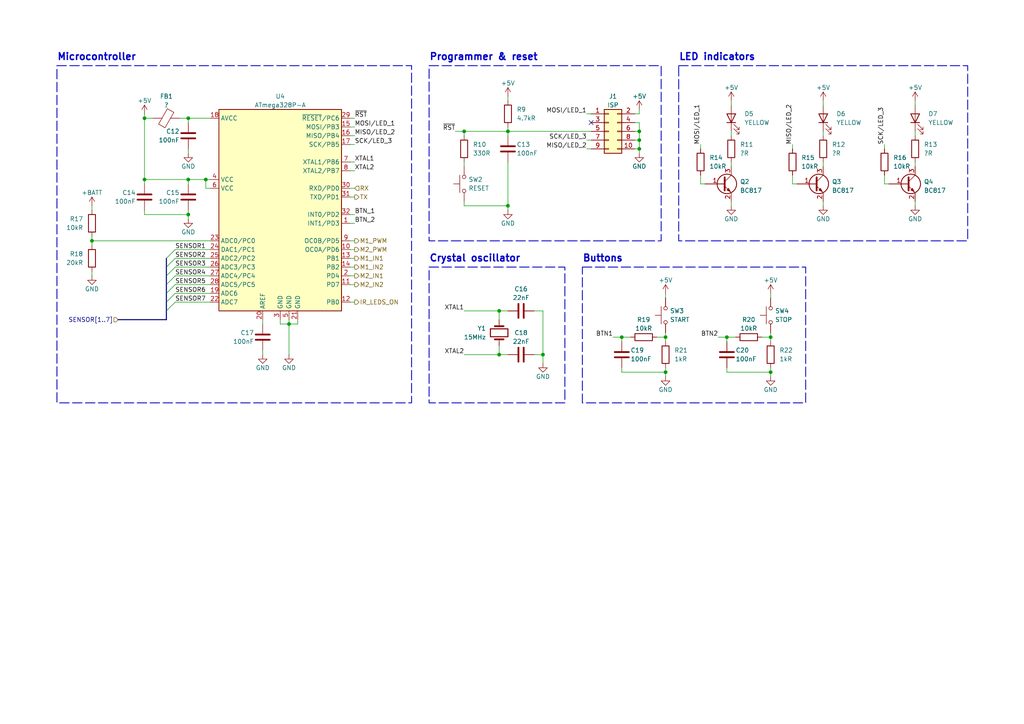
<source format=kicad_sch>
(kicad_sch (version 20230121) (generator eeschema)

  (uuid 4ceb22d3-4496-4fcf-8ef6-68097ed5f8f2)

  (paper "A4")

  (lib_symbols
    (symbol "Connector_Generic:Conn_02x05_Odd_Even" (pin_names (offset 1.016) hide) (in_bom yes) (on_board yes)
      (property "Reference" "J" (at 1.27 7.62 0)
        (effects (font (size 1.27 1.27)))
      )
      (property "Value" "Conn_02x05_Odd_Even" (at 1.27 -7.62 0)
        (effects (font (size 1.27 1.27)))
      )
      (property "Footprint" "" (at 0 0 0)
        (effects (font (size 1.27 1.27)) hide)
      )
      (property "Datasheet" "~" (at 0 0 0)
        (effects (font (size 1.27 1.27)) hide)
      )
      (property "ki_keywords" "connector" (at 0 0 0)
        (effects (font (size 1.27 1.27)) hide)
      )
      (property "ki_description" "Generic connector, double row, 02x05, odd/even pin numbering scheme (row 1 odd numbers, row 2 even numbers), script generated (kicad-library-utils/schlib/autogen/connector/)" (at 0 0 0)
        (effects (font (size 1.27 1.27)) hide)
      )
      (property "ki_fp_filters" "Connector*:*_2x??_*" (at 0 0 0)
        (effects (font (size 1.27 1.27)) hide)
      )
      (symbol "Conn_02x05_Odd_Even_1_1"
        (rectangle (start -1.27 -4.953) (end 0 -5.207)
          (stroke (width 0.1524) (type default))
          (fill (type none))
        )
        (rectangle (start -1.27 -2.413) (end 0 -2.667)
          (stroke (width 0.1524) (type default))
          (fill (type none))
        )
        (rectangle (start -1.27 0.127) (end 0 -0.127)
          (stroke (width 0.1524) (type default))
          (fill (type none))
        )
        (rectangle (start -1.27 2.667) (end 0 2.413)
          (stroke (width 0.1524) (type default))
          (fill (type none))
        )
        (rectangle (start -1.27 5.207) (end 0 4.953)
          (stroke (width 0.1524) (type default))
          (fill (type none))
        )
        (rectangle (start -1.27 6.35) (end 3.81 -6.35)
          (stroke (width 0.254) (type default))
          (fill (type background))
        )
        (rectangle (start 3.81 -4.953) (end 2.54 -5.207)
          (stroke (width 0.1524) (type default))
          (fill (type none))
        )
        (rectangle (start 3.81 -2.413) (end 2.54 -2.667)
          (stroke (width 0.1524) (type default))
          (fill (type none))
        )
        (rectangle (start 3.81 0.127) (end 2.54 -0.127)
          (stroke (width 0.1524) (type default))
          (fill (type none))
        )
        (rectangle (start 3.81 2.667) (end 2.54 2.413)
          (stroke (width 0.1524) (type default))
          (fill (type none))
        )
        (rectangle (start 3.81 5.207) (end 2.54 4.953)
          (stroke (width 0.1524) (type default))
          (fill (type none))
        )
        (pin passive line (at -5.08 5.08 0) (length 3.81)
          (name "Pin_1" (effects (font (size 1.27 1.27))))
          (number "1" (effects (font (size 1.27 1.27))))
        )
        (pin passive line (at 7.62 -5.08 180) (length 3.81)
          (name "Pin_10" (effects (font (size 1.27 1.27))))
          (number "10" (effects (font (size 1.27 1.27))))
        )
        (pin passive line (at 7.62 5.08 180) (length 3.81)
          (name "Pin_2" (effects (font (size 1.27 1.27))))
          (number "2" (effects (font (size 1.27 1.27))))
        )
        (pin passive line (at -5.08 2.54 0) (length 3.81)
          (name "Pin_3" (effects (font (size 1.27 1.27))))
          (number "3" (effects (font (size 1.27 1.27))))
        )
        (pin passive line (at 7.62 2.54 180) (length 3.81)
          (name "Pin_4" (effects (font (size 1.27 1.27))))
          (number "4" (effects (font (size 1.27 1.27))))
        )
        (pin passive line (at -5.08 0 0) (length 3.81)
          (name "Pin_5" (effects (font (size 1.27 1.27))))
          (number "5" (effects (font (size 1.27 1.27))))
        )
        (pin passive line (at 7.62 0 180) (length 3.81)
          (name "Pin_6" (effects (font (size 1.27 1.27))))
          (number "6" (effects (font (size 1.27 1.27))))
        )
        (pin passive line (at -5.08 -2.54 0) (length 3.81)
          (name "Pin_7" (effects (font (size 1.27 1.27))))
          (number "7" (effects (font (size 1.27 1.27))))
        )
        (pin passive line (at 7.62 -2.54 180) (length 3.81)
          (name "Pin_8" (effects (font (size 1.27 1.27))))
          (number "8" (effects (font (size 1.27 1.27))))
        )
        (pin passive line (at -5.08 -5.08 0) (length 3.81)
          (name "Pin_9" (effects (font (size 1.27 1.27))))
          (number "9" (effects (font (size 1.27 1.27))))
        )
      )
    )
    (symbol "Device:C" (pin_numbers hide) (pin_names (offset 0.254)) (in_bom yes) (on_board yes)
      (property "Reference" "C" (at 0.635 2.54 0)
        (effects (font (size 1.27 1.27)) (justify left))
      )
      (property "Value" "C" (at 0.635 -2.54 0)
        (effects (font (size 1.27 1.27)) (justify left))
      )
      (property "Footprint" "" (at 0.9652 -3.81 0)
        (effects (font (size 1.27 1.27)) hide)
      )
      (property "Datasheet" "~" (at 0 0 0)
        (effects (font (size 1.27 1.27)) hide)
      )
      (property "ki_keywords" "cap capacitor" (at 0 0 0)
        (effects (font (size 1.27 1.27)) hide)
      )
      (property "ki_description" "Unpolarized capacitor" (at 0 0 0)
        (effects (font (size 1.27 1.27)) hide)
      )
      (property "ki_fp_filters" "C_*" (at 0 0 0)
        (effects (font (size 1.27 1.27)) hide)
      )
      (symbol "C_0_1"
        (polyline
          (pts
            (xy -2.032 -0.762)
            (xy 2.032 -0.762)
          )
          (stroke (width 0.508) (type default))
          (fill (type none))
        )
        (polyline
          (pts
            (xy -2.032 0.762)
            (xy 2.032 0.762)
          )
          (stroke (width 0.508) (type default))
          (fill (type none))
        )
      )
      (symbol "C_1_1"
        (pin passive line (at 0 3.81 270) (length 2.794)
          (name "~" (effects (font (size 1.27 1.27))))
          (number "1" (effects (font (size 1.27 1.27))))
        )
        (pin passive line (at 0 -3.81 90) (length 2.794)
          (name "~" (effects (font (size 1.27 1.27))))
          (number "2" (effects (font (size 1.27 1.27))))
        )
      )
    )
    (symbol "Device:Crystal" (pin_numbers hide) (pin_names (offset 1.016) hide) (in_bom yes) (on_board yes)
      (property "Reference" "Y" (at 0 3.81 0)
        (effects (font (size 1.27 1.27)))
      )
      (property "Value" "Crystal" (at 0 -3.81 0)
        (effects (font (size 1.27 1.27)))
      )
      (property "Footprint" "" (at 0 0 0)
        (effects (font (size 1.27 1.27)) hide)
      )
      (property "Datasheet" "~" (at 0 0 0)
        (effects (font (size 1.27 1.27)) hide)
      )
      (property "ki_keywords" "quartz ceramic resonator oscillator" (at 0 0 0)
        (effects (font (size 1.27 1.27)) hide)
      )
      (property "ki_description" "Two pin crystal" (at 0 0 0)
        (effects (font (size 1.27 1.27)) hide)
      )
      (property "ki_fp_filters" "Crystal*" (at 0 0 0)
        (effects (font (size 1.27 1.27)) hide)
      )
      (symbol "Crystal_0_1"
        (rectangle (start -1.143 2.54) (end 1.143 -2.54)
          (stroke (width 0.3048) (type default))
          (fill (type none))
        )
        (polyline
          (pts
            (xy -2.54 0)
            (xy -1.905 0)
          )
          (stroke (width 0) (type default))
          (fill (type none))
        )
        (polyline
          (pts
            (xy -1.905 -1.27)
            (xy -1.905 1.27)
          )
          (stroke (width 0.508) (type default))
          (fill (type none))
        )
        (polyline
          (pts
            (xy 1.905 -1.27)
            (xy 1.905 1.27)
          )
          (stroke (width 0.508) (type default))
          (fill (type none))
        )
        (polyline
          (pts
            (xy 2.54 0)
            (xy 1.905 0)
          )
          (stroke (width 0) (type default))
          (fill (type none))
        )
      )
      (symbol "Crystal_1_1"
        (pin passive line (at -3.81 0 0) (length 1.27)
          (name "1" (effects (font (size 1.27 1.27))))
          (number "1" (effects (font (size 1.27 1.27))))
        )
        (pin passive line (at 3.81 0 180) (length 1.27)
          (name "2" (effects (font (size 1.27 1.27))))
          (number "2" (effects (font (size 1.27 1.27))))
        )
      )
    )
    (symbol "Device:FerriteBead" (pin_numbers hide) (pin_names (offset 0)) (in_bom yes) (on_board yes)
      (property "Reference" "FB" (at -3.81 0.635 90)
        (effects (font (size 1.27 1.27)))
      )
      (property "Value" "FerriteBead" (at 3.81 0 90)
        (effects (font (size 1.27 1.27)))
      )
      (property "Footprint" "" (at -1.778 0 90)
        (effects (font (size 1.27 1.27)) hide)
      )
      (property "Datasheet" "~" (at 0 0 0)
        (effects (font (size 1.27 1.27)) hide)
      )
      (property "ki_keywords" "L ferrite bead inductor filter" (at 0 0 0)
        (effects (font (size 1.27 1.27)) hide)
      )
      (property "ki_description" "Ferrite bead" (at 0 0 0)
        (effects (font (size 1.27 1.27)) hide)
      )
      (property "ki_fp_filters" "Inductor_* L_* *Ferrite*" (at 0 0 0)
        (effects (font (size 1.27 1.27)) hide)
      )
      (symbol "FerriteBead_0_1"
        (polyline
          (pts
            (xy 0 -1.27)
            (xy 0 -1.2192)
          )
          (stroke (width 0) (type default))
          (fill (type none))
        )
        (polyline
          (pts
            (xy 0 1.27)
            (xy 0 1.2954)
          )
          (stroke (width 0) (type default))
          (fill (type none))
        )
        (polyline
          (pts
            (xy -2.7686 0.4064)
            (xy -1.7018 2.2606)
            (xy 2.7686 -0.3048)
            (xy 1.6764 -2.159)
            (xy -2.7686 0.4064)
          )
          (stroke (width 0) (type default))
          (fill (type none))
        )
      )
      (symbol "FerriteBead_1_1"
        (pin passive line (at 0 3.81 270) (length 2.54)
          (name "~" (effects (font (size 1.27 1.27))))
          (number "1" (effects (font (size 1.27 1.27))))
        )
        (pin passive line (at 0 -3.81 90) (length 2.54)
          (name "~" (effects (font (size 1.27 1.27))))
          (number "2" (effects (font (size 1.27 1.27))))
        )
      )
    )
    (symbol "Device:LED" (pin_numbers hide) (pin_names (offset 1.016) hide) (in_bom yes) (on_board yes)
      (property "Reference" "D" (at 0 2.54 0)
        (effects (font (size 1.27 1.27)))
      )
      (property "Value" "LED" (at 0 -2.54 0)
        (effects (font (size 1.27 1.27)))
      )
      (property "Footprint" "" (at 0 0 0)
        (effects (font (size 1.27 1.27)) hide)
      )
      (property "Datasheet" "~" (at 0 0 0)
        (effects (font (size 1.27 1.27)) hide)
      )
      (property "ki_keywords" "LED diode" (at 0 0 0)
        (effects (font (size 1.27 1.27)) hide)
      )
      (property "ki_description" "Light emitting diode" (at 0 0 0)
        (effects (font (size 1.27 1.27)) hide)
      )
      (property "ki_fp_filters" "LED* LED_SMD:* LED_THT:*" (at 0 0 0)
        (effects (font (size 1.27 1.27)) hide)
      )
      (symbol "LED_0_1"
        (polyline
          (pts
            (xy -1.27 -1.27)
            (xy -1.27 1.27)
          )
          (stroke (width 0.254) (type default))
          (fill (type none))
        )
        (polyline
          (pts
            (xy -1.27 0)
            (xy 1.27 0)
          )
          (stroke (width 0) (type default))
          (fill (type none))
        )
        (polyline
          (pts
            (xy 1.27 -1.27)
            (xy 1.27 1.27)
            (xy -1.27 0)
            (xy 1.27 -1.27)
          )
          (stroke (width 0.254) (type default))
          (fill (type none))
        )
        (polyline
          (pts
            (xy -3.048 -0.762)
            (xy -4.572 -2.286)
            (xy -3.81 -2.286)
            (xy -4.572 -2.286)
            (xy -4.572 -1.524)
          )
          (stroke (width 0) (type default))
          (fill (type none))
        )
        (polyline
          (pts
            (xy -1.778 -0.762)
            (xy -3.302 -2.286)
            (xy -2.54 -2.286)
            (xy -3.302 -2.286)
            (xy -3.302 -1.524)
          )
          (stroke (width 0) (type default))
          (fill (type none))
        )
      )
      (symbol "LED_1_1"
        (pin passive line (at -3.81 0 0) (length 2.54)
          (name "K" (effects (font (size 1.27 1.27))))
          (number "1" (effects (font (size 1.27 1.27))))
        )
        (pin passive line (at 3.81 0 180) (length 2.54)
          (name "A" (effects (font (size 1.27 1.27))))
          (number "2" (effects (font (size 1.27 1.27))))
        )
      )
    )
    (symbol "Device:R" (pin_numbers hide) (pin_names (offset 0)) (in_bom yes) (on_board yes)
      (property "Reference" "R" (at 2.032 0 90)
        (effects (font (size 1.27 1.27)))
      )
      (property "Value" "R" (at 0 0 90)
        (effects (font (size 1.27 1.27)))
      )
      (property "Footprint" "" (at -1.778 0 90)
        (effects (font (size 1.27 1.27)) hide)
      )
      (property "Datasheet" "~" (at 0 0 0)
        (effects (font (size 1.27 1.27)) hide)
      )
      (property "ki_keywords" "R res resistor" (at 0 0 0)
        (effects (font (size 1.27 1.27)) hide)
      )
      (property "ki_description" "Resistor" (at 0 0 0)
        (effects (font (size 1.27 1.27)) hide)
      )
      (property "ki_fp_filters" "R_*" (at 0 0 0)
        (effects (font (size 1.27 1.27)) hide)
      )
      (symbol "R_0_1"
        (rectangle (start -1.016 -2.54) (end 1.016 2.54)
          (stroke (width 0.254) (type default))
          (fill (type none))
        )
      )
      (symbol "R_1_1"
        (pin passive line (at 0 3.81 270) (length 1.27)
          (name "~" (effects (font (size 1.27 1.27))))
          (number "1" (effects (font (size 1.27 1.27))))
        )
        (pin passive line (at 0 -3.81 90) (length 1.27)
          (name "~" (effects (font (size 1.27 1.27))))
          (number "2" (effects (font (size 1.27 1.27))))
        )
      )
    )
    (symbol "MCU_Microchip_ATmega:ATmega328P-A" (in_bom yes) (on_board yes)
      (property "Reference" "U?" (at 0 33.02 0)
        (effects (font (size 1.27 1.27)))
      )
      (property "Value" "ATmega328P-A" (at 0 30.48 0)
        (effects (font (size 1.27 1.27)))
      )
      (property "Footprint" "Package_QFP:TQFP-32_7x7mm_P0.8mm" (at 1.27 -3.81 0)
        (effects (font (size 1.27 1.27) italic) hide)
      )
      (property "Datasheet" "http://ww1.microchip.com/downloads/en/DeviceDoc/ATmega328_P%20AVR%20MCU%20with%20picoPower%20Technology%20Data%20Sheet%2040001984A.pdf" (at 1.27 -3.81 0)
        (effects (font (size 1.27 1.27)) hide)
      )
      (property "ki_keywords" "AVR 8bit Microcontroller MegaAVR PicoPower" (at 0 0 0)
        (effects (font (size 1.27 1.27)) hide)
      )
      (property "ki_description" "20MHz, 32kB Flash, 2kB SRAM, 1kB EEPROM, TQFP-32" (at 0 0 0)
        (effects (font (size 1.27 1.27)) hide)
      )
      (property "ki_fp_filters" "TQFP*7x7mm*P0.8mm*" (at 0 0 0)
        (effects (font (size 1.27 1.27)) hide)
      )
      (symbol "ATmega328P-A_0_1"
        (rectangle (start -17.78 29.21) (end 17.78 -29.21)
          (stroke (width 0.254) (type default))
          (fill (type background))
        )
      )
      (symbol "ATmega328P-A_1_1"
        (pin bidirectional line (at 20.32 -3.81 180) (length 2.54)
          (name "INT1/PD3" (effects (font (size 1.27 1.27))))
          (number "1" (effects (font (size 1.27 1.27))))
        )
        (pin bidirectional line (at 20.32 -11.43 180) (length 2.54)
          (name "OC0A/PD6" (effects (font (size 1.27 1.27))))
          (number "10" (effects (font (size 1.27 1.27))))
        )
        (pin bidirectional line (at 20.32 -21.59 180) (length 2.54)
          (name "PD7" (effects (font (size 1.27 1.27))))
          (number "11" (effects (font (size 1.27 1.27))))
        )
        (pin bidirectional line (at 20.32 -26.67 180) (length 2.54)
          (name "PB0" (effects (font (size 1.27 1.27))))
          (number "12" (effects (font (size 1.27 1.27))))
        )
        (pin bidirectional line (at 20.32 -13.97 180) (length 2.54)
          (name "PB1" (effects (font (size 1.27 1.27))))
          (number "13" (effects (font (size 1.27 1.27))))
        )
        (pin bidirectional line (at 20.32 -16.51 180) (length 2.54)
          (name "PB2" (effects (font (size 1.27 1.27))))
          (number "14" (effects (font (size 1.27 1.27))))
        )
        (pin bidirectional line (at 20.32 24.13 180) (length 2.54)
          (name "MOSI/PB3" (effects (font (size 1.27 1.27))))
          (number "15" (effects (font (size 1.27 1.27))))
        )
        (pin bidirectional line (at 20.32 21.59 180) (length 2.54)
          (name "MISO/PB4" (effects (font (size 1.27 1.27))))
          (number "16" (effects (font (size 1.27 1.27))))
        )
        (pin bidirectional line (at 20.32 19.05 180) (length 2.54)
          (name "SCK/PB5" (effects (font (size 1.27 1.27))))
          (number "17" (effects (font (size 1.27 1.27))))
        )
        (pin power_in line (at -20.32 26.67 0) (length 2.54)
          (name "AVCC" (effects (font (size 1.27 1.27))))
          (number "18" (effects (font (size 1.27 1.27))))
        )
        (pin input line (at -20.32 -24.13 0) (length 2.54)
          (name "ADC6" (effects (font (size 1.27 1.27))))
          (number "19" (effects (font (size 1.27 1.27))))
        )
        (pin bidirectional line (at 20.32 -19.05 180) (length 2.54)
          (name "PD4" (effects (font (size 1.27 1.27))))
          (number "2" (effects (font (size 1.27 1.27))))
        )
        (pin passive line (at -5.08 -31.75 90) (length 2.54)
          (name "AREF" (effects (font (size 1.27 1.27))))
          (number "20" (effects (font (size 1.27 1.27))))
        )
        (pin power_in line (at 5.08 -31.75 90) (length 2.54)
          (name "GND" (effects (font (size 1.27 1.27))))
          (number "21" (effects (font (size 1.27 1.27))))
        )
        (pin input line (at -20.32 -26.67 0) (length 2.54)
          (name "ADC7" (effects (font (size 1.27 1.27))))
          (number "22" (effects (font (size 1.27 1.27))))
        )
        (pin bidirectional line (at -20.32 -8.89 0) (length 2.54)
          (name "ADC0/PC0" (effects (font (size 1.27 1.27))))
          (number "23" (effects (font (size 1.27 1.27))))
        )
        (pin bidirectional line (at -20.32 -11.43 0) (length 2.54)
          (name "DAC1/PC1" (effects (font (size 1.27 1.27))))
          (number "24" (effects (font (size 1.27 1.27))))
        )
        (pin bidirectional line (at -20.32 -13.97 0) (length 2.54)
          (name "ADC2/PC2" (effects (font (size 1.27 1.27))))
          (number "25" (effects (font (size 1.27 1.27))))
        )
        (pin bidirectional line (at -20.32 -16.51 0) (length 2.54)
          (name "ADC3/PC3" (effects (font (size 1.27 1.27))))
          (number "26" (effects (font (size 1.27 1.27))))
        )
        (pin bidirectional line (at -20.32 -19.05 0) (length 2.54)
          (name "ADC4/PC4" (effects (font (size 1.27 1.27))))
          (number "27" (effects (font (size 1.27 1.27))))
        )
        (pin bidirectional line (at -20.32 -21.59 0) (length 2.54)
          (name "ADC5/PC5" (effects (font (size 1.27 1.27))))
          (number "28" (effects (font (size 1.27 1.27))))
        )
        (pin bidirectional line (at 20.32 26.67 180) (length 2.54)
          (name "~{RESET}/PC6" (effects (font (size 1.27 1.27))))
          (number "29" (effects (font (size 1.27 1.27))))
        )
        (pin power_in line (at 0 -31.75 90) (length 2.54)
          (name "GND" (effects (font (size 1.27 1.27))))
          (number "3" (effects (font (size 1.27 1.27))))
        )
        (pin bidirectional line (at 20.32 6.35 180) (length 2.54)
          (name "RXD/PD0" (effects (font (size 1.27 1.27))))
          (number "30" (effects (font (size 1.27 1.27))))
        )
        (pin bidirectional line (at 20.32 3.81 180) (length 2.54)
          (name "TXD/PD1" (effects (font (size 1.27 1.27))))
          (number "31" (effects (font (size 1.27 1.27))))
        )
        (pin bidirectional line (at 20.32 -1.27 180) (length 2.54)
          (name "INT0/PD2" (effects (font (size 1.27 1.27))))
          (number "32" (effects (font (size 1.27 1.27))))
        )
        (pin power_in line (at -20.32 8.89 0) (length 2.54)
          (name "VCC" (effects (font (size 1.27 1.27))))
          (number "4" (effects (font (size 1.27 1.27))))
        )
        (pin power_in line (at 2.54 -31.75 90) (length 2.54)
          (name "GND" (effects (font (size 1.27 1.27))))
          (number "5" (effects (font (size 1.27 1.27))))
        )
        (pin power_in line (at -20.32 6.35 0) (length 2.54)
          (name "VCC" (effects (font (size 1.27 1.27))))
          (number "6" (effects (font (size 1.27 1.27))))
        )
        (pin bidirectional line (at 20.32 13.97 180) (length 2.54)
          (name "XTAL1/PB6" (effects (font (size 1.27 1.27))))
          (number "7" (effects (font (size 1.27 1.27))))
        )
        (pin bidirectional line (at 20.32 11.43 180) (length 2.54)
          (name "XTAL2/PB7" (effects (font (size 1.27 1.27))))
          (number "8" (effects (font (size 1.27 1.27))))
        )
        (pin bidirectional line (at 20.32 -8.89 180) (length 2.54)
          (name "OC0B/PD5" (effects (font (size 1.27 1.27))))
          (number "9" (effects (font (size 1.27 1.27))))
        )
      )
    )
    (symbol "Switch:SW_Push" (pin_numbers hide) (pin_names (offset 1.016) hide) (in_bom yes) (on_board yes)
      (property "Reference" "SW" (at 1.27 2.54 0)
        (effects (font (size 1.27 1.27)) (justify left))
      )
      (property "Value" "SW_Push" (at 0 -1.524 0)
        (effects (font (size 1.27 1.27)))
      )
      (property "Footprint" "" (at 0 5.08 0)
        (effects (font (size 1.27 1.27)) hide)
      )
      (property "Datasheet" "~" (at 0 5.08 0)
        (effects (font (size 1.27 1.27)) hide)
      )
      (property "ki_keywords" "switch normally-open pushbutton push-button" (at 0 0 0)
        (effects (font (size 1.27 1.27)) hide)
      )
      (property "ki_description" "Push button switch, generic, two pins" (at 0 0 0)
        (effects (font (size 1.27 1.27)) hide)
      )
      (symbol "SW_Push_0_1"
        (circle (center -2.032 0) (radius 0.508)
          (stroke (width 0) (type default))
          (fill (type none))
        )
        (polyline
          (pts
            (xy 0 1.27)
            (xy 0 3.048)
          )
          (stroke (width 0) (type default))
          (fill (type none))
        )
        (polyline
          (pts
            (xy 2.54 1.27)
            (xy -2.54 1.27)
          )
          (stroke (width 0) (type default))
          (fill (type none))
        )
        (circle (center 2.032 0) (radius 0.508)
          (stroke (width 0) (type default))
          (fill (type none))
        )
        (pin passive line (at -5.08 0 0) (length 2.54)
          (name "1" (effects (font (size 1.27 1.27))))
          (number "1" (effects (font (size 1.27 1.27))))
        )
        (pin passive line (at 5.08 0 180) (length 2.54)
          (name "2" (effects (font (size 1.27 1.27))))
          (number "2" (effects (font (size 1.27 1.27))))
        )
      )
    )
    (symbol "Transistor_BJT:BC817" (pin_names (offset 0) hide) (in_bom yes) (on_board yes)
      (property "Reference" "Q" (at 5.08 1.905 0)
        (effects (font (size 1.27 1.27)) (justify left))
      )
      (property "Value" "BC817" (at 5.08 0 0)
        (effects (font (size 1.27 1.27)) (justify left))
      )
      (property "Footprint" "Package_TO_SOT_SMD:SOT-23" (at 5.08 -1.905 0)
        (effects (font (size 1.27 1.27) italic) (justify left) hide)
      )
      (property "Datasheet" "https://www.onsemi.com/pub/Collateral/BC818-D.pdf" (at 0 0 0)
        (effects (font (size 1.27 1.27)) (justify left) hide)
      )
      (property "ki_keywords" "NPN Transistor" (at 0 0 0)
        (effects (font (size 1.27 1.27)) hide)
      )
      (property "ki_description" "0.8A Ic, 45V Vce, NPN Transistor, SOT-23" (at 0 0 0)
        (effects (font (size 1.27 1.27)) hide)
      )
      (property "ki_fp_filters" "SOT?23*" (at 0 0 0)
        (effects (font (size 1.27 1.27)) hide)
      )
      (symbol "BC817_0_1"
        (polyline
          (pts
            (xy 0.635 0.635)
            (xy 2.54 2.54)
          )
          (stroke (width 0) (type default))
          (fill (type none))
        )
        (polyline
          (pts
            (xy 0.635 -0.635)
            (xy 2.54 -2.54)
            (xy 2.54 -2.54)
          )
          (stroke (width 0) (type default))
          (fill (type none))
        )
        (polyline
          (pts
            (xy 0.635 1.905)
            (xy 0.635 -1.905)
            (xy 0.635 -1.905)
          )
          (stroke (width 0.508) (type default))
          (fill (type none))
        )
        (polyline
          (pts
            (xy 1.27 -1.778)
            (xy 1.778 -1.27)
            (xy 2.286 -2.286)
            (xy 1.27 -1.778)
            (xy 1.27 -1.778)
          )
          (stroke (width 0) (type default))
          (fill (type outline))
        )
        (circle (center 1.27 0) (radius 2.8194)
          (stroke (width 0.254) (type default))
          (fill (type none))
        )
      )
      (symbol "BC817_1_1"
        (pin input line (at -5.08 0 0) (length 5.715)
          (name "B" (effects (font (size 1.27 1.27))))
          (number "1" (effects (font (size 1.27 1.27))))
        )
        (pin passive line (at 2.54 -5.08 90) (length 2.54)
          (name "E" (effects (font (size 1.27 1.27))))
          (number "2" (effects (font (size 1.27 1.27))))
        )
        (pin passive line (at 2.54 5.08 270) (length 2.54)
          (name "C" (effects (font (size 1.27 1.27))))
          (number "3" (effects (font (size 1.27 1.27))))
        )
      )
    )
    (symbol "power:+5V" (power) (pin_names (offset 0)) (in_bom yes) (on_board yes)
      (property "Reference" "#PWR" (at 0 -3.81 0)
        (effects (font (size 1.27 1.27)) hide)
      )
      (property "Value" "+5V" (at 0 3.556 0)
        (effects (font (size 1.27 1.27)))
      )
      (property "Footprint" "" (at 0 0 0)
        (effects (font (size 1.27 1.27)) hide)
      )
      (property "Datasheet" "" (at 0 0 0)
        (effects (font (size 1.27 1.27)) hide)
      )
      (property "ki_keywords" "global power" (at 0 0 0)
        (effects (font (size 1.27 1.27)) hide)
      )
      (property "ki_description" "Power symbol creates a global label with name \"+5V\"" (at 0 0 0)
        (effects (font (size 1.27 1.27)) hide)
      )
      (symbol "+5V_0_1"
        (polyline
          (pts
            (xy -0.762 1.27)
            (xy 0 2.54)
          )
          (stroke (width 0) (type default))
          (fill (type none))
        )
        (polyline
          (pts
            (xy 0 0)
            (xy 0 2.54)
          )
          (stroke (width 0) (type default))
          (fill (type none))
        )
        (polyline
          (pts
            (xy 0 2.54)
            (xy 0.762 1.27)
          )
          (stroke (width 0) (type default))
          (fill (type none))
        )
      )
      (symbol "+5V_1_1"
        (pin power_in line (at 0 0 90) (length 0) hide
          (name "+5V" (effects (font (size 1.27 1.27))))
          (number "1" (effects (font (size 1.27 1.27))))
        )
      )
    )
    (symbol "power:+BATT" (power) (pin_names (offset 0)) (in_bom yes) (on_board yes)
      (property "Reference" "#PWR" (at 0 -3.81 0)
        (effects (font (size 1.27 1.27)) hide)
      )
      (property "Value" "+BATT" (at 0 3.556 0)
        (effects (font (size 1.27 1.27)))
      )
      (property "Footprint" "" (at 0 0 0)
        (effects (font (size 1.27 1.27)) hide)
      )
      (property "Datasheet" "" (at 0 0 0)
        (effects (font (size 1.27 1.27)) hide)
      )
      (property "ki_keywords" "global power battery" (at 0 0 0)
        (effects (font (size 1.27 1.27)) hide)
      )
      (property "ki_description" "Power symbol creates a global label with name \"+BATT\"" (at 0 0 0)
        (effects (font (size 1.27 1.27)) hide)
      )
      (symbol "+BATT_0_1"
        (polyline
          (pts
            (xy -0.762 1.27)
            (xy 0 2.54)
          )
          (stroke (width 0) (type default))
          (fill (type none))
        )
        (polyline
          (pts
            (xy 0 0)
            (xy 0 2.54)
          )
          (stroke (width 0) (type default))
          (fill (type none))
        )
        (polyline
          (pts
            (xy 0 2.54)
            (xy 0.762 1.27)
          )
          (stroke (width 0) (type default))
          (fill (type none))
        )
      )
      (symbol "+BATT_1_1"
        (pin power_in line (at 0 0 90) (length 0) hide
          (name "+BATT" (effects (font (size 1.27 1.27))))
          (number "1" (effects (font (size 1.27 1.27))))
        )
      )
    )
    (symbol "power:GND" (power) (pin_names (offset 0)) (in_bom yes) (on_board yes)
      (property "Reference" "#PWR" (at 0 -6.35 0)
        (effects (font (size 1.27 1.27)) hide)
      )
      (property "Value" "GND" (at 0 -3.81 0)
        (effects (font (size 1.27 1.27)))
      )
      (property "Footprint" "" (at 0 0 0)
        (effects (font (size 1.27 1.27)) hide)
      )
      (property "Datasheet" "" (at 0 0 0)
        (effects (font (size 1.27 1.27)) hide)
      )
      (property "ki_keywords" "global power" (at 0 0 0)
        (effects (font (size 1.27 1.27)) hide)
      )
      (property "ki_description" "Power symbol creates a global label with name \"GND\" , ground" (at 0 0 0)
        (effects (font (size 1.27 1.27)) hide)
      )
      (symbol "GND_0_1"
        (polyline
          (pts
            (xy 0 0)
            (xy 0 -1.27)
            (xy 1.27 -1.27)
            (xy 0 -2.54)
            (xy -1.27 -1.27)
            (xy 0 -1.27)
          )
          (stroke (width 0) (type default))
          (fill (type none))
        )
      )
      (symbol "GND_1_1"
        (pin power_in line (at 0 0 270) (length 0) hide
          (name "GND" (effects (font (size 1.27 1.27))))
          (number "1" (effects (font (size 1.27 1.27))))
        )
      )
    )
  )

  (junction (at 147.32 38.1) (diameter 0) (color 0 0 0 0)
    (uuid 07ad00ed-fe94-4ade-9a76-44a66dd7cf3e)
  )
  (junction (at 144.78 102.87) (diameter 0) (color 0 0 0 0)
    (uuid 0dd5bd19-8ea5-49ce-b668-1e0ce332b100)
  )
  (junction (at 41.91 34.29) (diameter 0) (color 0 0 0 0)
    (uuid 0e9ebad6-7d47-43fa-b73e-7cd9d4733ba8)
  )
  (junction (at 54.61 52.07) (diameter 0) (color 0 0 0 0)
    (uuid 11563be4-d121-40f8-aed7-ab3d74721b63)
  )
  (junction (at 83.82 93.98) (diameter 0) (color 0 0 0 0)
    (uuid 16fc945c-b328-4920-a68d-b406a0081594)
  )
  (junction (at 134.62 38.1) (diameter 0) (color 0 0 0 0)
    (uuid 23868271-3ae3-4f16-a4bf-e3400efedda3)
  )
  (junction (at 210.82 97.79) (diameter 0) (color 0 0 0 0)
    (uuid 249ca5b7-43d9-4eff-aa29-ea969b99716e)
  )
  (junction (at 180.34 97.79) (diameter 0) (color 0 0 0 0)
    (uuid 24cd864e-5aee-4e90-802c-1b78bcc3a2df)
  )
  (junction (at 41.91 52.07) (diameter 0) (color 0 0 0 0)
    (uuid 3b02efa8-fde1-4838-a900-3d510f570329)
  )
  (junction (at 185.42 38.1) (diameter 0) (color 0 0 0 0)
    (uuid 44c711e1-e4ad-4386-832d-4a99d89ab6d4)
  )
  (junction (at 54.61 34.29) (diameter 0) (color 0 0 0 0)
    (uuid 512d35ff-1412-41b3-9c28-689acd3988f6)
  )
  (junction (at 26.67 69.85) (diameter 0) (color 0 0 0 0)
    (uuid 53c98623-c27d-45c1-a454-49e9f197c6b3)
  )
  (junction (at 144.78 90.17) (diameter 0) (color 0 0 0 0)
    (uuid 6ad19e6d-00fb-4882-8865-c71ebb187e9c)
  )
  (junction (at 147.32 59.69) (diameter 0) (color 0 0 0 0)
    (uuid 89278fa9-9dad-4304-aac2-1a3b85f12e29)
  )
  (junction (at 193.04 97.79) (diameter 0) (color 0 0 0 0)
    (uuid 8d365c60-6838-43c0-9b45-3e2a6537ed55)
  )
  (junction (at 223.52 97.79) (diameter 0) (color 0 0 0 0)
    (uuid 9e295fb0-accb-4c16-9f7d-1c3a5424c6b5)
  )
  (junction (at 54.61 62.23) (diameter 0) (color 0 0 0 0)
    (uuid a65f17d6-78d3-4388-a0a2-b13793bfdd5a)
  )
  (junction (at 185.42 43.18) (diameter 0) (color 0 0 0 0)
    (uuid b8cfa2dc-572a-46de-851d-b9b9cd5a0948)
  )
  (junction (at 185.42 40.64) (diameter 0) (color 0 0 0 0)
    (uuid b926841f-f918-4f2e-b822-46fc258d21ad)
  )
  (junction (at 157.48 102.87) (diameter 0) (color 0 0 0 0)
    (uuid bc8b6e6d-629b-49ea-9821-767d6d824157)
  )
  (junction (at 223.52 107.95) (diameter 0) (color 0 0 0 0)
    (uuid bf2893d8-f68d-4e4e-a345-07ac772ea831)
  )
  (junction (at 193.04 107.95) (diameter 0) (color 0 0 0 0)
    (uuid e9483e59-8140-40fd-8d75-02e32a69ef26)
  )
  (junction (at 59.69 52.07) (diameter 0) (color 0 0 0 0)
    (uuid eb317791-d688-4126-bc4c-a8838fe2b627)
  )

  (no_connect (at 171.45 35.56) (uuid e784e9e2-c076-4dac-820f-e29f08fb531a))

  (bus_entry (at 50.8 82.55) (size -2.54 2.54)
    (stroke (width 0) (type default))
    (uuid 03e10255-188a-487c-89c0-4984058db55a)
  )
  (bus_entry (at 50.8 80.01) (size -2.54 2.54)
    (stroke (width 0) (type default))
    (uuid 058351da-0ebf-4cb9-a6ec-e28e0fa577a7)
  )
  (bus_entry (at 50.8 87.63) (size -2.54 2.54)
    (stroke (width 0) (type default))
    (uuid 196814f0-a1b7-4abc-abd5-1eb080bf6680)
  )
  (bus_entry (at 50.8 77.47) (size -2.54 2.54)
    (stroke (width 0) (type default))
    (uuid 8bb96074-c18e-4c9f-b9c5-97f10068dbac)
  )
  (bus_entry (at 50.8 85.09) (size -2.54 2.54)
    (stroke (width 0) (type default))
    (uuid de8a256e-1c3c-41f7-9c77-5ea7051df784)
  )
  (bus_entry (at 50.8 74.93) (size -2.54 2.54)
    (stroke (width 0) (type default))
    (uuid e3bc98ee-dd24-45ca-9ff3-17cda093a1f1)
  )
  (bus_entry (at 50.8 72.39) (size -2.54 2.54)
    (stroke (width 0) (type default))
    (uuid f8226159-04d6-4693-b4f9-32e06055a9ec)
  )

  (wire (pts (xy 147.32 59.69) (xy 147.32 60.96))
    (stroke (width 0) (type default))
    (uuid 00421f9b-23b6-4c1d-b2b2-d41c91a96c65)
  )
  (wire (pts (xy 134.62 59.69) (xy 134.62 58.42))
    (stroke (width 0) (type default))
    (uuid 041f330b-3d2e-4e62-b973-e7897a9c4134)
  )
  (wire (pts (xy 184.15 33.02) (xy 185.42 33.02))
    (stroke (width 0) (type default))
    (uuid 055c9884-32e1-4f2b-834d-252505141409)
  )
  (wire (pts (xy 134.62 38.1) (xy 134.62 39.37))
    (stroke (width 0) (type default))
    (uuid 06ed01f6-8b45-413f-8ef7-a1e760350350)
  )
  (wire (pts (xy 256.54 50.8) (xy 256.54 53.34))
    (stroke (width 0) (type default))
    (uuid 06fe64d1-eb79-4f8f-84a4-f66ca13d3b3f)
  )
  (wire (pts (xy 132.08 38.1) (xy 134.62 38.1))
    (stroke (width 0) (type default))
    (uuid 07a706a5-62ae-48ad-bf2f-917bcaf1224b)
  )
  (wire (pts (xy 50.8 72.39) (xy 60.96 72.39))
    (stroke (width 0) (type default))
    (uuid 08d69c79-4ade-4ae9-a6bf-5606666952f1)
  )
  (wire (pts (xy 26.67 69.85) (xy 60.96 69.85))
    (stroke (width 0) (type default))
    (uuid 0bd81fff-bca4-4227-b841-259db1efd08a)
  )
  (wire (pts (xy 26.67 68.58) (xy 26.67 69.85))
    (stroke (width 0) (type default))
    (uuid 0d1628ba-8f32-4918-be94-d29196828acc)
  )
  (wire (pts (xy 101.6 57.15) (xy 102.87 57.15))
    (stroke (width 0) (type default))
    (uuid 10768e13-41a2-4630-bb4f-e498a65208f3)
  )
  (wire (pts (xy 154.94 102.87) (xy 157.48 102.87))
    (stroke (width 0) (type default))
    (uuid 10bac3ae-0026-41e2-ae8e-421c873dceef)
  )
  (wire (pts (xy 144.78 102.87) (xy 147.32 102.87))
    (stroke (width 0) (type default))
    (uuid 12373bdc-5398-4421-ae86-f3ea355b7902)
  )
  (wire (pts (xy 256.54 53.34) (xy 257.81 53.34))
    (stroke (width 0) (type default))
    (uuid 126d0d60-fccf-4a4c-9682-afa3e29f2194)
  )
  (wire (pts (xy 193.04 85.09) (xy 193.04 86.36))
    (stroke (width 0) (type default))
    (uuid 1497e727-fc88-4b02-95df-6d00e6c0e4df)
  )
  (wire (pts (xy 229.87 50.8) (xy 229.87 53.34))
    (stroke (width 0) (type default))
    (uuid 17cebc0c-d867-43e1-a7cc-2a042687c114)
  )
  (wire (pts (xy 184.15 38.1) (xy 185.42 38.1))
    (stroke (width 0) (type default))
    (uuid 1c96afa5-3e7b-458a-9c93-4e134b9456c5)
  )
  (wire (pts (xy 144.78 90.17) (xy 144.78 92.71))
    (stroke (width 0) (type default))
    (uuid 2069cd3e-d94f-456d-bceb-b97d396f100c)
  )
  (wire (pts (xy 185.42 33.02) (xy 185.42 31.75))
    (stroke (width 0) (type default))
    (uuid 20d96519-64d6-4d3c-b388-541bac5497d1)
  )
  (wire (pts (xy 50.8 77.47) (xy 60.96 77.47))
    (stroke (width 0) (type default))
    (uuid 223a1fd9-ac11-49fa-93bf-56adb681681d)
  )
  (wire (pts (xy 193.04 107.95) (xy 193.04 109.22))
    (stroke (width 0) (type default))
    (uuid 231b1a64-bd9f-4dcb-94fe-0eabd6a3dd1e)
  )
  (wire (pts (xy 134.62 102.87) (xy 144.78 102.87))
    (stroke (width 0) (type default))
    (uuid 23f29e94-98c9-4f96-ac63-4c8bb0bcd59d)
  )
  (wire (pts (xy 265.43 46.99) (xy 265.43 48.26))
    (stroke (width 0) (type default))
    (uuid 24f5f37e-82a1-418d-ac7b-2f5e70608ed6)
  )
  (wire (pts (xy 144.78 100.33) (xy 144.78 102.87))
    (stroke (width 0) (type default))
    (uuid 25e09820-d1b6-4329-afaf-b405ef257799)
  )
  (wire (pts (xy 223.52 106.68) (xy 223.52 107.95))
    (stroke (width 0) (type default))
    (uuid 27841b10-df62-423d-ad13-fcab8c01249e)
  )
  (wire (pts (xy 180.34 107.95) (xy 193.04 107.95))
    (stroke (width 0) (type default))
    (uuid 27c68d82-cfe3-423b-b014-42650170938e)
  )
  (wire (pts (xy 180.34 106.68) (xy 180.34 107.95))
    (stroke (width 0) (type default))
    (uuid 282bd006-4ca4-49ec-a247-e38ddf25d326)
  )
  (wire (pts (xy 265.43 29.21) (xy 265.43 30.48))
    (stroke (width 0) (type default))
    (uuid 2a053510-5e1a-4401-b4e9-459232c1782b)
  )
  (wire (pts (xy 76.2 92.71) (xy 76.2 93.98))
    (stroke (width 0) (type default))
    (uuid 2ac032d7-b9a0-41ed-b919-1f9a7f6df77a)
  )
  (wire (pts (xy 54.61 34.29) (xy 60.96 34.29))
    (stroke (width 0) (type default))
    (uuid 2afafc3e-2538-4e22-97ee-e714000c8618)
  )
  (wire (pts (xy 101.6 62.23) (xy 102.87 62.23))
    (stroke (width 0) (type default))
    (uuid 2c3fc297-2f7d-4f4b-9237-1ef1f0d8abc0)
  )
  (wire (pts (xy 210.82 97.79) (xy 213.36 97.79))
    (stroke (width 0) (type default))
    (uuid 2e5c1826-b784-4287-9e05-46fab7b21e8f)
  )
  (wire (pts (xy 147.32 46.99) (xy 147.32 59.69))
    (stroke (width 0) (type default))
    (uuid 3007209c-3acb-4a94-870e-a5f830776fba)
  )
  (wire (pts (xy 212.09 58.42) (xy 212.09 59.69))
    (stroke (width 0) (type default))
    (uuid 3ab2ac8c-fa10-4514-ac77-b49d09cea949)
  )
  (wire (pts (xy 265.43 38.1) (xy 265.43 39.37))
    (stroke (width 0) (type default))
    (uuid 3d3124f5-dfc0-4b8b-8ac7-9c1f974ae9b5)
  )
  (wire (pts (xy 54.61 52.07) (xy 59.69 52.07))
    (stroke (width 0) (type default))
    (uuid 3e135494-35d6-459d-98b6-504ba451804b)
  )
  (wire (pts (xy 41.91 52.07) (xy 41.91 34.29))
    (stroke (width 0) (type default))
    (uuid 49e19749-734c-4ad3-9229-1cc412983a31)
  )
  (wire (pts (xy 238.76 38.1) (xy 238.76 39.37))
    (stroke (width 0) (type default))
    (uuid 4bc88e51-436d-489c-8d44-2e6241908936)
  )
  (wire (pts (xy 180.34 97.79) (xy 182.88 97.79))
    (stroke (width 0) (type default))
    (uuid 4c1058b1-9014-438f-b47e-56c790f917f4)
  )
  (bus (pts (xy 34.29 92.71) (xy 48.26 92.71))
    (stroke (width 0) (type default))
    (uuid 4c664aa7-414d-4bb1-9b1a-b02a111ad89b)
  )

  (wire (pts (xy 101.6 80.01) (xy 102.87 80.01))
    (stroke (width 0) (type default))
    (uuid 4cc66c82-cf38-464d-b444-391487afa55a)
  )
  (wire (pts (xy 180.34 97.79) (xy 180.34 99.06))
    (stroke (width 0) (type default))
    (uuid 4f1205a5-bb9d-45b7-b489-2770f6a2c57a)
  )
  (wire (pts (xy 134.62 90.17) (xy 144.78 90.17))
    (stroke (width 0) (type default))
    (uuid 511465ce-a1f1-425f-a35d-8f0127314bf1)
  )
  (bus (pts (xy 48.26 77.47) (xy 48.26 80.01))
    (stroke (width 0) (type default))
    (uuid 511a7e64-a121-496d-9576-ea44180804af)
  )

  (wire (pts (xy 54.61 60.96) (xy 54.61 62.23))
    (stroke (width 0) (type default))
    (uuid 52fe0d8d-aab1-4386-8eeb-67f35e8794a3)
  )
  (wire (pts (xy 212.09 38.1) (xy 212.09 39.37))
    (stroke (width 0) (type default))
    (uuid 53eec928-a706-4ed3-b324-abed0edc11bb)
  )
  (wire (pts (xy 52.07 34.29) (xy 54.61 34.29))
    (stroke (width 0) (type default))
    (uuid 56072701-30fa-4a4d-9f7c-ae53688211d5)
  )
  (wire (pts (xy 83.82 92.71) (xy 83.82 93.98))
    (stroke (width 0) (type default))
    (uuid 5bf92048-0f99-43cc-a67c-632ae1df7e82)
  )
  (wire (pts (xy 190.5 97.79) (xy 193.04 97.79))
    (stroke (width 0) (type default))
    (uuid 5fbfdd37-c6a2-43c8-a42f-b7e32d1d79d0)
  )
  (wire (pts (xy 86.36 93.98) (xy 83.82 93.98))
    (stroke (width 0) (type default))
    (uuid 6104bd82-63cc-46c0-9953-48a204261d56)
  )
  (wire (pts (xy 54.61 52.07) (xy 41.91 52.07))
    (stroke (width 0) (type default))
    (uuid 61330d1a-01d8-4ba3-8374-2a9dccb1897b)
  )
  (wire (pts (xy 220.98 97.79) (xy 223.52 97.79))
    (stroke (width 0) (type default))
    (uuid 64c3bf44-866d-43c5-8cfb-62a8a7909017)
  )
  (wire (pts (xy 144.78 90.17) (xy 147.32 90.17))
    (stroke (width 0) (type default))
    (uuid 68cba9fd-e8f3-43ee-ac38-29b39012dce0)
  )
  (wire (pts (xy 203.2 53.34) (xy 204.47 53.34))
    (stroke (width 0) (type default))
    (uuid 68e24e21-db76-420d-9397-4f3e254b099e)
  )
  (wire (pts (xy 26.67 69.85) (xy 26.67 71.12))
    (stroke (width 0) (type default))
    (uuid 6c14608a-5304-4926-ba26-302b77ea917b)
  )
  (wire (pts (xy 147.32 38.1) (xy 171.45 38.1))
    (stroke (width 0) (type default))
    (uuid 6d66f20c-74de-4f39-bafd-c12efd91f7b9)
  )
  (wire (pts (xy 212.09 29.21) (xy 212.09 30.48))
    (stroke (width 0) (type default))
    (uuid 702d1a4f-7fcc-4c82-bc0d-0db56c82cf4a)
  )
  (wire (pts (xy 210.82 97.79) (xy 210.82 99.06))
    (stroke (width 0) (type default))
    (uuid 73737d1c-0273-4e68-8665-ac6c649c5456)
  )
  (wire (pts (xy 101.6 64.77) (xy 102.87 64.77))
    (stroke (width 0) (type default))
    (uuid 7883101c-e319-4e65-8512-1f5ab57f7d58)
  )
  (bus (pts (xy 48.26 80.01) (xy 48.26 82.55))
    (stroke (width 0) (type default))
    (uuid 78be9f75-5aeb-4329-9882-31df6e529d51)
  )

  (wire (pts (xy 147.32 36.83) (xy 147.32 38.1))
    (stroke (width 0) (type default))
    (uuid 7995ed0d-2810-4296-b9b6-8fae982d627a)
  )
  (wire (pts (xy 229.87 53.34) (xy 231.14 53.34))
    (stroke (width 0) (type default))
    (uuid 7b0402b4-2540-49f0-bc12-24106b6aed9b)
  )
  (wire (pts (xy 41.91 33.02) (xy 41.91 34.29))
    (stroke (width 0) (type default))
    (uuid 7f793411-8db1-43a8-a489-db070c2872a1)
  )
  (wire (pts (xy 50.8 74.93) (xy 60.96 74.93))
    (stroke (width 0) (type default))
    (uuid 817d1143-0d5f-4916-8946-f4da4f03d78d)
  )
  (wire (pts (xy 101.6 72.39) (xy 102.87 72.39))
    (stroke (width 0) (type default))
    (uuid 81bc880f-d8ab-4340-b4f9-a77ab432f26c)
  )
  (bus (pts (xy 48.26 82.55) (xy 48.26 85.09))
    (stroke (width 0) (type default))
    (uuid 820e6b5a-36fa-455f-b541-5d0ffcd2bc34)
  )

  (wire (pts (xy 26.67 59.69) (xy 26.67 60.96))
    (stroke (width 0) (type default))
    (uuid 83ee56b3-482d-4950-a5a6-b6be957fb438)
  )
  (wire (pts (xy 157.48 102.87) (xy 157.48 105.41))
    (stroke (width 0) (type default))
    (uuid 84258c65-d482-42a4-8cd1-25cf81dc63fc)
  )
  (wire (pts (xy 83.82 93.98) (xy 83.82 102.87))
    (stroke (width 0) (type default))
    (uuid 861f8826-e1ff-4a4b-957a-999813686140)
  )
  (wire (pts (xy 50.8 87.63) (xy 60.96 87.63))
    (stroke (width 0) (type default))
    (uuid 87802fb1-6582-46b0-a2fd-1db1004e2e9b)
  )
  (wire (pts (xy 210.82 107.95) (xy 223.52 107.95))
    (stroke (width 0) (type default))
    (uuid 8adaab81-0c7f-4436-84d9-53c319e334b4)
  )
  (wire (pts (xy 54.61 53.34) (xy 54.61 52.07))
    (stroke (width 0) (type default))
    (uuid 8b31013f-59ab-46cb-8940-b00a62710667)
  )
  (wire (pts (xy 134.62 59.69) (xy 147.32 59.69))
    (stroke (width 0) (type default))
    (uuid 8e870706-aa38-4152-ac04-7291086d0ea0)
  )
  (wire (pts (xy 101.6 36.83) (xy 102.87 36.83))
    (stroke (width 0) (type default))
    (uuid 8fa7c112-27c3-4f5b-a516-be532e3e6364)
  )
  (wire (pts (xy 223.52 97.79) (xy 223.52 99.06))
    (stroke (width 0) (type default))
    (uuid 902e54ed-974b-4412-95b8-bbea3f072ea2)
  )
  (wire (pts (xy 54.61 62.23) (xy 41.91 62.23))
    (stroke (width 0) (type default))
    (uuid 903f9677-2fce-4608-858c-6ba9448ec739)
  )
  (wire (pts (xy 265.43 58.42) (xy 265.43 59.69))
    (stroke (width 0) (type default))
    (uuid 917a84f4-b360-43ab-8dc5-ed2ec64ca6aa)
  )
  (wire (pts (xy 101.6 87.63) (xy 102.87 87.63))
    (stroke (width 0) (type default))
    (uuid 91f36e58-0722-47de-9265-41cb9abd518f)
  )
  (wire (pts (xy 184.15 43.18) (xy 185.42 43.18))
    (stroke (width 0) (type default))
    (uuid 943bf084-0090-4b50-ae94-b2a69cd88521)
  )
  (wire (pts (xy 101.6 46.99) (xy 102.87 46.99))
    (stroke (width 0) (type default))
    (uuid 950c6fd0-41cd-4f1a-aac0-6da183200735)
  )
  (wire (pts (xy 185.42 43.18) (xy 185.42 40.64))
    (stroke (width 0) (type default))
    (uuid 97e386f4-1497-41ea-aa44-aebf7b67f320)
  )
  (wire (pts (xy 212.09 46.99) (xy 212.09 48.26))
    (stroke (width 0) (type default))
    (uuid 98f6d432-69a9-4f88-885d-4e40f7c6eeb9)
  )
  (wire (pts (xy 50.8 85.09) (xy 60.96 85.09))
    (stroke (width 0) (type default))
    (uuid 9a513aeb-63fc-45e5-a41e-67b405a75365)
  )
  (wire (pts (xy 101.6 41.91) (xy 102.87 41.91))
    (stroke (width 0) (type default))
    (uuid 9b2a40c8-eed5-4767-a5dc-fe1be5752832)
  )
  (wire (pts (xy 50.8 82.55) (xy 60.96 82.55))
    (stroke (width 0) (type default))
    (uuid 9db11d8c-5ae4-4ab0-8724-955a9dfd7335)
  )
  (wire (pts (xy 238.76 58.42) (xy 238.76 59.69))
    (stroke (width 0) (type default))
    (uuid 9f54f594-a3f5-452c-8bcf-9ba8e2f0b938)
  )
  (bus (pts (xy 48.26 74.93) (xy 48.26 77.47))
    (stroke (width 0) (type default))
    (uuid a23fdcd3-c392-4965-a8bc-9790606dd63f)
  )

  (wire (pts (xy 60.96 54.61) (xy 59.69 54.61))
    (stroke (width 0) (type default))
    (uuid a45c3737-ae2b-4da1-9616-076a696088e1)
  )
  (wire (pts (xy 193.04 106.68) (xy 193.04 107.95))
    (stroke (width 0) (type default))
    (uuid a52520f0-2855-4390-bea8-2b8c91d38f70)
  )
  (wire (pts (xy 210.82 106.68) (xy 210.82 107.95))
    (stroke (width 0) (type default))
    (uuid a8c300a2-2842-4a20-9e96-dac724e25f58)
  )
  (wire (pts (xy 154.94 90.17) (xy 157.48 90.17))
    (stroke (width 0) (type default))
    (uuid a8f85787-a36d-43e1-837c-3bcdd09a66ae)
  )
  (wire (pts (xy 101.6 74.93) (xy 102.87 74.93))
    (stroke (width 0) (type default))
    (uuid a9519f7b-db22-4935-bdd0-93f0d4311d13)
  )
  (wire (pts (xy 147.32 38.1) (xy 147.32 39.37))
    (stroke (width 0) (type default))
    (uuid ad3c544b-fd56-46b2-bb1c-16fc58647ae0)
  )
  (wire (pts (xy 134.62 46.99) (xy 134.62 48.26))
    (stroke (width 0) (type default))
    (uuid ad5ac690-11d6-40c5-b310-9551a6ced469)
  )
  (wire (pts (xy 86.36 92.71) (xy 86.36 93.98))
    (stroke (width 0) (type default))
    (uuid ae97aa39-69ca-49be-8087-658862bc3914)
  )
  (bus (pts (xy 48.26 90.17) (xy 48.26 92.71))
    (stroke (width 0) (type default))
    (uuid aef7a9d5-6e3d-4662-8b92-6da061fe6f54)
  )

  (wire (pts (xy 101.6 39.37) (xy 102.87 39.37))
    (stroke (width 0) (type default))
    (uuid b1cb2915-a32a-4178-932f-5975040ce041)
  )
  (wire (pts (xy 81.28 92.71) (xy 81.28 93.98))
    (stroke (width 0) (type default))
    (uuid b247b957-efee-494d-8df4-f64c05238348)
  )
  (wire (pts (xy 101.6 49.53) (xy 102.87 49.53))
    (stroke (width 0) (type default))
    (uuid b2d0f71d-026f-49fc-ad6b-3ea538026a45)
  )
  (wire (pts (xy 147.32 27.94) (xy 147.32 29.21))
    (stroke (width 0) (type default))
    (uuid b34cd3af-f261-413b-add4-7ec034a15dcb)
  )
  (wire (pts (xy 203.2 50.8) (xy 203.2 53.34))
    (stroke (width 0) (type default))
    (uuid b3f5fc45-6796-404d-9734-47415be3e5e3)
  )
  (wire (pts (xy 238.76 29.21) (xy 238.76 30.48))
    (stroke (width 0) (type default))
    (uuid b4cd24ff-0a89-410b-9e81-73782ebc64f7)
  )
  (bus (pts (xy 48.26 87.63) (xy 48.26 90.17))
    (stroke (width 0) (type default))
    (uuid b718a395-42d5-4fee-90af-3c97eeb13150)
  )

  (wire (pts (xy 54.61 34.29) (xy 54.61 35.56))
    (stroke (width 0) (type default))
    (uuid baad2510-04b1-4277-9b79-461e7b2d4640)
  )
  (wire (pts (xy 223.52 107.95) (xy 223.52 109.22))
    (stroke (width 0) (type default))
    (uuid bb8741e0-3c82-45cf-bd16-bdc579bbd795)
  )
  (bus (pts (xy 48.26 85.09) (xy 48.26 87.63))
    (stroke (width 0) (type default))
    (uuid c0cb77c3-0b29-4b05-b22a-f2dd90aec52a)
  )

  (wire (pts (xy 170.18 43.18) (xy 171.45 43.18))
    (stroke (width 0) (type default))
    (uuid c207323b-814b-48a8-8efc-63618ec4fafa)
  )
  (wire (pts (xy 81.28 93.98) (xy 83.82 93.98))
    (stroke (width 0) (type default))
    (uuid c3ea00d9-96c8-4f8f-8e3d-5d814d5c6747)
  )
  (wire (pts (xy 41.91 62.23) (xy 41.91 60.96))
    (stroke (width 0) (type default))
    (uuid c42f103c-1494-4f8c-a387-cd67a5d370e3)
  )
  (wire (pts (xy 203.2 41.91) (xy 203.2 43.18))
    (stroke (width 0) (type default))
    (uuid c466b0e3-0573-4d4c-ab7c-85bdc8b05119)
  )
  (wire (pts (xy 223.52 96.52) (xy 223.52 97.79))
    (stroke (width 0) (type default))
    (uuid c68a2a26-2d8d-488b-b911-970638110589)
  )
  (wire (pts (xy 170.18 33.02) (xy 171.45 33.02))
    (stroke (width 0) (type default))
    (uuid c69d11d9-4171-450e-ad9e-1d5a116940a9)
  )
  (wire (pts (xy 208.28 97.79) (xy 210.82 97.79))
    (stroke (width 0) (type default))
    (uuid c6a2a93f-4e86-4e4c-90eb-21eedee88d73)
  )
  (wire (pts (xy 59.69 54.61) (xy 59.69 52.07))
    (stroke (width 0) (type default))
    (uuid c6a380d2-a789-473d-aa87-fc6c23f2bba2)
  )
  (wire (pts (xy 229.87 41.91) (xy 229.87 43.18))
    (stroke (width 0) (type default))
    (uuid c705316a-af65-4341-b2f3-88cedb326710)
  )
  (wire (pts (xy 238.76 46.99) (xy 238.76 48.26))
    (stroke (width 0) (type default))
    (uuid c8076387-bd2c-4d7d-a659-62504420786c)
  )
  (wire (pts (xy 185.42 44.45) (xy 185.42 43.18))
    (stroke (width 0) (type default))
    (uuid ca056b97-a49d-4350-9d49-3ed787d5c298)
  )
  (wire (pts (xy 59.69 52.07) (xy 60.96 52.07))
    (stroke (width 0) (type default))
    (uuid cb242cdb-b617-4616-a6f2-add60396e0c0)
  )
  (wire (pts (xy 170.18 40.64) (xy 171.45 40.64))
    (stroke (width 0) (type default))
    (uuid cb2828bd-7591-4586-8e22-610dd2c7fe93)
  )
  (wire (pts (xy 134.62 38.1) (xy 147.32 38.1))
    (stroke (width 0) (type default))
    (uuid ce8c6a47-ced4-4bd1-84f6-c02d9ca64b45)
  )
  (wire (pts (xy 101.6 69.85) (xy 102.87 69.85))
    (stroke (width 0) (type default))
    (uuid cf23f5b7-88fc-4e50-9c42-b84724e3d246)
  )
  (wire (pts (xy 256.54 41.91) (xy 256.54 43.18))
    (stroke (width 0) (type default))
    (uuid cfda3b57-74d0-4d48-8c31-b30e1242e5d5)
  )
  (wire (pts (xy 185.42 40.64) (xy 185.42 38.1))
    (stroke (width 0) (type default))
    (uuid d05b3133-d5ef-4b04-b861-7fc52e171bd5)
  )
  (wire (pts (xy 41.91 34.29) (xy 44.45 34.29))
    (stroke (width 0) (type default))
    (uuid d2ebc1e6-a42e-46d1-b3c9-948be38feafa)
  )
  (wire (pts (xy 177.8 97.79) (xy 180.34 97.79))
    (stroke (width 0) (type default))
    (uuid d2f63053-3b8a-4a1c-981e-356103ddf583)
  )
  (wire (pts (xy 26.67 78.74) (xy 26.67 80.01))
    (stroke (width 0) (type default))
    (uuid d3cf82ac-6d4e-4bda-9a36-a08d4abebbf7)
  )
  (wire (pts (xy 223.52 85.09) (xy 223.52 86.36))
    (stroke (width 0) (type default))
    (uuid dbf4caf9-7bc2-4438-afae-a450531b3c1a)
  )
  (wire (pts (xy 54.61 62.23) (xy 54.61 63.5))
    (stroke (width 0) (type default))
    (uuid ddd530b1-5f6e-4152-b269-a32ac0666f01)
  )
  (wire (pts (xy 101.6 34.29) (xy 102.87 34.29))
    (stroke (width 0) (type default))
    (uuid e2892b59-3564-4dac-8b6e-48c57efc39f7)
  )
  (wire (pts (xy 101.6 54.61) (xy 102.87 54.61))
    (stroke (width 0) (type default))
    (uuid ec689426-ee28-46c5-a3b6-f18af851af90)
  )
  (wire (pts (xy 185.42 35.56) (xy 184.15 35.56))
    (stroke (width 0) (type default))
    (uuid ed186fcf-e2e4-4e21-93f4-c3e752b7699a)
  )
  (wire (pts (xy 101.6 82.55) (xy 102.87 82.55))
    (stroke (width 0) (type default))
    (uuid eeea7805-6359-4c23-a811-923ee86104be)
  )
  (wire (pts (xy 185.42 38.1) (xy 185.42 35.56))
    (stroke (width 0) (type default))
    (uuid efb71420-6f34-4a36-a84e-957844f5e9d4)
  )
  (wire (pts (xy 76.2 101.6) (xy 76.2 102.87))
    (stroke (width 0) (type default))
    (uuid f1609ff6-dfe1-4d4e-9715-04b59075a5b3)
  )
  (wire (pts (xy 157.48 90.17) (xy 157.48 102.87))
    (stroke (width 0) (type default))
    (uuid f315a717-071d-4d17-bab6-5433113f19e2)
  )
  (wire (pts (xy 54.61 43.18) (xy 54.61 44.45))
    (stroke (width 0) (type default))
    (uuid f4c01091-26a7-44a0-8306-40be49407809)
  )
  (wire (pts (xy 184.15 40.64) (xy 185.42 40.64))
    (stroke (width 0) (type default))
    (uuid f5f29e76-3f27-4bbf-8d05-6456234e393c)
  )
  (wire (pts (xy 50.8 80.01) (xy 60.96 80.01))
    (stroke (width 0) (type default))
    (uuid f8e269b3-62c4-401e-83e3-94b3cf52fb43)
  )
  (wire (pts (xy 41.91 52.07) (xy 41.91 53.34))
    (stroke (width 0) (type default))
    (uuid faec4b06-b9ec-4834-83ca-495247f5359e)
  )
  (wire (pts (xy 193.04 96.52) (xy 193.04 97.79))
    (stroke (width 0) (type default))
    (uuid fdaed404-e3e4-43bf-8a2a-e718089c94f4)
  )
  (wire (pts (xy 193.04 97.79) (xy 193.04 99.06))
    (stroke (width 0) (type default))
    (uuid fdb651c4-0fd1-46b4-a2cb-4b752b5d268d)
  )
  (wire (pts (xy 101.6 77.47) (xy 102.87 77.47))
    (stroke (width 0) (type default))
    (uuid ff50d291-6d58-43fb-ba36-c5ddd6a1704c)
  )

  (rectangle (start 16.51 19.05) (end 119.38 116.84)
    (stroke (width 0.25) (type dash))
    (fill (type none))
    (uuid 013fafae-dac5-4826-8220-9363a8a3d6ee)
  )
  (rectangle (start 124.46 19.05) (end 191.77 69.85)
    (stroke (width 0.25) (type dash))
    (fill (type none))
    (uuid 55cc1dcb-90ca-48b4-aa63-3bbc97a1f261)
  )
  (rectangle (start 124.46 77.47) (end 163.83 116.84)
    (stroke (width 0.25) (type dash))
    (fill (type none))
    (uuid 564fa1c1-4c58-4dfa-9ff2-f8b9fb36c302)
  )
  (rectangle (start 196.85 19.05) (end 280.67 69.85)
    (stroke (width 0.25) (type dash))
    (fill (type none))
    (uuid 844a35ef-916e-45a9-b3f0-cbc9d4d1eae3)
  )
  (rectangle (start 168.91 77.47) (end 233.68 116.84)
    (stroke (width 0.25) (type dash))
    (fill (type none))
    (uuid 98ba7cad-40d4-4b06-b7f2-7378785ace64)
  )

  (text "Programmer & reset" (at 124.46 17.78 0)
    (effects (font (size 2 2) (thickness 0.4) bold) (justify left bottom))
    (uuid 088bdeed-f347-4daa-8072-c30cd6aef3fc)
  )
  (text "Buttons" (at 168.91 76.2 0)
    (effects (font (size 2 2) (thickness 0.4) bold) (justify left bottom))
    (uuid 2e5db50e-0869-4133-b55a-fd98a2b23e09)
  )
  (text "Crystal oscillator" (at 124.46 76.2 0)
    (effects (font (size 2 2) (thickness 0.4) bold) (justify left bottom))
    (uuid 41d143e9-0106-4d61-951f-daa4ffb71029)
  )
  (text "Microcontroller" (at 16.51 17.78 0)
    (effects (font (size 2 2) (thickness 0.4) bold) (justify left bottom))
    (uuid b4842bfb-a068-4d83-8bae-2dcffabbf1d0)
  )
  (text "LED indicators" (at 196.85 17.78 0)
    (effects (font (size 2 2) (thickness 0.4) bold) (justify left bottom))
    (uuid ba631806-b919-4992-bc5e-01490d8dfc15)
  )

  (label "MISO{slash}LED_2" (at 229.87 41.91 90) (fields_autoplaced)
    (effects (font (size 1.27 1.27)) (justify left bottom))
    (uuid 01fcda5b-0fdd-4ddc-977c-5e234d9e7320)
  )
  (label "MOSI{slash}LED_1" (at 170.18 33.02 180) (fields_autoplaced)
    (effects (font (size 1.27 1.27)) (justify right bottom))
    (uuid 02c8912b-cdaa-495b-97db-c056a4b20a88)
  )
  (label "XTAL2" (at 102.87 49.53 0) (fields_autoplaced)
    (effects (font (size 1.27 1.27)) (justify left bottom))
    (uuid 12886936-204c-41a7-a935-5b00fc2512d7)
  )
  (label "SENSOR1" (at 50.8 72.39 0) (fields_autoplaced)
    (effects (font (size 1.27 1.27)) (justify left bottom))
    (uuid 1cf40572-a201-4c24-9ab0-1d49e7877773)
  )
  (label "SCK{slash}LED_3" (at 102.87 41.91 0) (fields_autoplaced)
    (effects (font (size 1.27 1.27)) (justify left bottom))
    (uuid 2d619956-8320-4923-9e8b-bb5088f8cadc)
  )
  (label "MOSI{slash}LED_1" (at 203.2 41.91 90) (fields_autoplaced)
    (effects (font (size 1.27 1.27)) (justify left bottom))
    (uuid 2f39ca3d-9547-4564-a637-c94d84fe1f9f)
  )
  (label "BTN1" (at 177.8 97.79 180) (fields_autoplaced)
    (effects (font (size 1.27 1.27)) (justify right bottom))
    (uuid 4e0712ad-51ff-49bf-a3c9-bb7ce8453677)
  )
  (label "SENSOR4" (at 50.8 80.01 0) (fields_autoplaced)
    (effects (font (size 1.27 1.27)) (justify left bottom))
    (uuid 57d610c6-1162-44fb-9d66-6c4d2421124c)
  )
  (label "XTAL2" (at 134.62 102.87 180) (fields_autoplaced)
    (effects (font (size 1.27 1.27)) (justify right bottom))
    (uuid 64d4f803-83fe-4562-9453-4009a893d023)
  )
  (label "MISO{slash}LED_2" (at 102.87 39.37 0) (fields_autoplaced)
    (effects (font (size 1.27 1.27)) (justify left bottom))
    (uuid 6eaf6f0d-e0ee-4e2e-8d4e-89ce34375c7a)
  )
  (label "MOSI{slash}LED_1" (at 102.87 36.83 0) (fields_autoplaced)
    (effects (font (size 1.27 1.27)) (justify left bottom))
    (uuid 6eb36946-942a-4e47-a665-4835f34b2fd9)
  )
  (label "SENSOR7" (at 50.8 87.63 0) (fields_autoplaced)
    (effects (font (size 1.27 1.27)) (justify left bottom))
    (uuid 819352b7-709d-48e3-89b3-e465e8e38451)
  )
  (label "SENSOR6" (at 50.8 85.09 0) (fields_autoplaced)
    (effects (font (size 1.27 1.27)) (justify left bottom))
    (uuid 9556a199-41ad-4280-8153-90169950287d)
  )
  (label "SENSOR2" (at 50.8 74.93 0) (fields_autoplaced)
    (effects (font (size 1.27 1.27)) (justify left bottom))
    (uuid a3319290-1ded-4613-b893-80d316c5e813)
  )
  (label "XTAL1" (at 134.62 90.17 180) (fields_autoplaced)
    (effects (font (size 1.27 1.27)) (justify right bottom))
    (uuid bc9084c4-54d1-43e3-b027-40d3b2fd2589)
  )
  (label "XTAL1" (at 102.87 46.99 0) (fields_autoplaced)
    (effects (font (size 1.27 1.27)) (justify left bottom))
    (uuid c932a127-9ad1-455d-9dbe-cb1f84984d78)
  )
  (label "SCK{slash}LED_3" (at 170.18 40.64 180) (fields_autoplaced)
    (effects (font (size 1.27 1.27)) (justify right bottom))
    (uuid cc0c0ca3-d227-4502-88a8-c21fe6274150)
  )
  (label "~{RST}" (at 102.87 34.29 0) (fields_autoplaced)
    (effects (font (size 1.27 1.27)) (justify left bottom))
    (uuid d44bde8b-c4c2-4ba2-80b9-4b75467c7135)
  )
  (label "SCK{slash}LED_3" (at 256.54 41.91 90) (fields_autoplaced)
    (effects (font (size 1.27 1.27)) (justify left bottom))
    (uuid d63c14b3-0268-4648-a19e-0d6a265f4afd)
  )
  (label "SENSOR3" (at 50.8 77.47 0) (fields_autoplaced)
    (effects (font (size 1.27 1.27)) (justify left bottom))
    (uuid d8179bc7-d499-41e2-96e7-59e418f9457f)
  )
  (label "SENSOR5" (at 50.8 82.55 0) (fields_autoplaced)
    (effects (font (size 1.27 1.27)) (justify left bottom))
    (uuid db7daa45-ed8c-4d12-9a2c-cb306d4460d6)
  )
  (label "BTN_2" (at 102.87 64.77 0) (fields_autoplaced)
    (effects (font (size 1.27 1.27)) (justify left bottom))
    (uuid dcfbdfe8-9dea-4e9c-aea9-faf1b3f3e9b4)
  )
  (label "BTN_1" (at 102.87 62.23 0) (fields_autoplaced)
    (effects (font (size 1.27 1.27)) (justify left bottom))
    (uuid e4b439fb-1e5b-40a8-95c5-8effafb64c9e)
  )
  (label "~{RST}" (at 132.08 38.1 180) (fields_autoplaced)
    (effects (font (size 1.27 1.27)) (justify right bottom))
    (uuid ed054935-f56e-485d-a86a-c01097d48f9b)
  )
  (label "BTN2" (at 208.28 97.79 180) (fields_autoplaced)
    (effects (font (size 1.27 1.27)) (justify right bottom))
    (uuid f3db24a9-8a07-48c9-83a4-c76efef8231b)
  )
  (label "MISO{slash}LED_2" (at 170.18 43.18 180) (fields_autoplaced)
    (effects (font (size 1.27 1.27)) (justify right bottom))
    (uuid fe5479f2-ad65-468a-9d09-fae389fb3947)
  )

  (hierarchical_label "M2_PWM" (shape output) (at 102.87 72.39 0) (fields_autoplaced)
    (effects (font (size 1.27 1.27)) (justify left))
    (uuid 0b412e89-065d-4a26-99f4-c74960bdd3df)
  )
  (hierarchical_label "RX" (shape input) (at 102.87 54.61 0) (fields_autoplaced)
    (effects (font (size 1.27 1.27)) (justify left))
    (uuid 0b6a5770-b859-409e-8990-ff83883e1aa5)
  )
  (hierarchical_label "M2_IN2" (shape output) (at 102.87 82.55 0) (fields_autoplaced)
    (effects (font (size 1.27 1.27)) (justify left))
    (uuid 109184fb-e5b6-432e-a525-f829d39812ef)
  )
  (hierarchical_label "M1_IN2" (shape output) (at 102.87 77.47 0) (fields_autoplaced)
    (effects (font (size 1.27 1.27)) (justify left))
    (uuid 3ffff719-d0f8-4f1a-8805-45a1cdd9821b)
  )
  (hierarchical_label "SENSOR[1..7]" (shape input) (at 34.29 92.71 180) (fields_autoplaced)
    (effects (font (size 1.27 1.27)) (justify right))
    (uuid 4a53add2-5db8-4298-993d-464ab84b4dd4)
  )
  (hierarchical_label "TX" (shape output) (at 102.87 57.15 0) (fields_autoplaced)
    (effects (font (size 1.27 1.27)) (justify left))
    (uuid 5362aa41-3c13-4186-b61c-38014baaf2df)
  )
  (hierarchical_label "M2_IN1" (shape output) (at 102.87 80.01 0) (fields_autoplaced)
    (effects (font (size 1.27 1.27)) (justify left))
    (uuid 62d47337-b83f-481f-af3e-dacdbe35dc39)
  )
  (hierarchical_label "M1_PWM" (shape output) (at 102.87 69.85 0) (fields_autoplaced)
    (effects (font (size 1.27 1.27)) (justify left))
    (uuid 8a0ddc0b-5be1-4b88-b5e2-2ab7d4a6a423)
  )
  (hierarchical_label "IR_LEDS_ON" (shape output) (at 102.87 87.63 0) (fields_autoplaced)
    (effects (font (size 1.27 1.27)) (justify left))
    (uuid d9369ca9-5459-4f50-835d-e5ecf045afad)
  )
  (hierarchical_label "M1_IN1" (shape output) (at 102.87 74.93 0) (fields_autoplaced)
    (effects (font (size 1.27 1.27)) (justify left))
    (uuid dc901c20-cc88-4158-981f-e19c47323918)
  )

  (symbol (lib_id "power:GND") (at 185.42 44.45 0) (unit 1)
    (in_bom yes) (on_board yes) (dnp no)
    (uuid 086542e2-b8d2-49e7-a191-865a7612bead)
    (property "Reference" "#PWR024" (at 185.42 50.8 0)
      (effects (font (size 1.27 1.27)) hide)
    )
    (property "Value" "GND" (at 185.42 48.26 0)
      (effects (font (size 1.27 1.27)))
    )
    (property "Footprint" "" (at 185.42 44.45 0)
      (effects (font (size 1.27 1.27)) hide)
    )
    (property "Datasheet" "" (at 185.42 44.45 0)
      (effects (font (size 1.27 1.27)) hide)
    )
    (pin "1" (uuid 2d57229f-bb2b-4838-922a-d0c6a7ccce53))
    (instances
      (project "Autko"
        (path "/8d5cfdec-de34-4148-9100-7125640c46f5/bbdb254f-809b-458f-9d25-868d15ad41c7"
          (reference "#PWR024") (unit 1)
        )
      )
    )
  )

  (symbol (lib_id "power:GND") (at 76.2 102.87 0) (unit 1)
    (in_bom yes) (on_board yes) (dnp no)
    (uuid 09fcd3c2-b4eb-485e-92a7-66f7692f4b9e)
    (property "Reference" "#PWR034" (at 76.2 109.22 0)
      (effects (font (size 1.27 1.27)) hide)
    )
    (property "Value" "GND" (at 76.2 106.68 0)
      (effects (font (size 1.27 1.27)))
    )
    (property "Footprint" "" (at 76.2 102.87 0)
      (effects (font (size 1.27 1.27)) hide)
    )
    (property "Datasheet" "" (at 76.2 102.87 0)
      (effects (font (size 1.27 1.27)) hide)
    )
    (pin "1" (uuid 824402b1-42a5-4cb9-8d47-1f0ecd16411f))
    (instances
      (project "Autko"
        (path "/8d5cfdec-de34-4148-9100-7125640c46f5/bbdb254f-809b-458f-9d25-868d15ad41c7"
          (reference "#PWR034") (unit 1)
        )
      )
    )
  )

  (symbol (lib_id "Device:FerriteBead") (at 48.26 34.29 90) (unit 1)
    (in_bom yes) (on_board yes) (dnp no)
    (uuid 0addd4ce-c71d-4c0b-9bc7-7acb714c6d05)
    (property "Reference" "FB1" (at 48.26 27.94 90)
      (effects (font (size 1.27 1.27)))
    )
    (property "Value" "?" (at 48.26 30.48 90)
      (effects (font (size 1.27 1.27)))
    )
    (property "Footprint" "" (at 48.26 36.068 90)
      (effects (font (size 1.27 1.27)) hide)
    )
    (property "Datasheet" "~" (at 48.26 34.29 0)
      (effects (font (size 1.27 1.27)) hide)
    )
    (pin "1" (uuid 6e3407e0-f574-4849-a321-a7aca27b0022))
    (pin "2" (uuid d15cdc48-b2ff-4abc-87f9-72933d4ecb9d))
    (instances
      (project "Autko"
        (path "/8d5cfdec-de34-4148-9100-7125640c46f5/bbdb254f-809b-458f-9d25-868d15ad41c7"
          (reference "FB1") (unit 1)
        )
      )
    )
  )

  (symbol (lib_id "Device:C") (at 76.2 97.79 0) (mirror y) (unit 1)
    (in_bom yes) (on_board yes) (dnp no)
    (uuid 0c371ded-4199-4d2c-b77e-fc0d7c632cac)
    (property "Reference" "C17" (at 73.66 96.52 0)
      (effects (font (size 1.27 1.27)) (justify left))
    )
    (property "Value" "100nF" (at 73.66 99.06 0)
      (effects (font (size 1.27 1.27)) (justify left))
    )
    (property "Footprint" "" (at 75.2348 101.6 0)
      (effects (font (size 1.27 1.27)) hide)
    )
    (property "Datasheet" "~" (at 76.2 97.79 0)
      (effects (font (size 1.27 1.27)) hide)
    )
    (pin "1" (uuid 45934b38-2834-4682-9c5c-e8de6ce7c28e))
    (pin "2" (uuid 32a94b09-3323-422e-b478-ced545777948))
    (instances
      (project "Autko"
        (path "/8d5cfdec-de34-4148-9100-7125640c46f5/bbdb254f-809b-458f-9d25-868d15ad41c7"
          (reference "C17") (unit 1)
        )
      )
    )
  )

  (symbol (lib_id "Switch:SW_Push") (at 193.04 91.44 90) (unit 1)
    (in_bom yes) (on_board yes) (dnp no)
    (uuid 0ffb4a20-ca28-4761-bcb0-dd4f14ea1ca2)
    (property "Reference" "SW3" (at 194.31 90.17 90)
      (effects (font (size 1.27 1.27)) (justify right))
    )
    (property "Value" "START" (at 194.31 92.71 90)
      (effects (font (size 1.27 1.27)) (justify right))
    )
    (property "Footprint" "" (at 187.96 91.44 0)
      (effects (font (size 1.27 1.27)) hide)
    )
    (property "Datasheet" "~" (at 187.96 91.44 0)
      (effects (font (size 1.27 1.27)) hide)
    )
    (pin "1" (uuid 55c2f5f6-40bd-45dd-abe8-a6b0bcf530fb))
    (pin "2" (uuid 3db7d4e1-a2b9-4ced-9b11-653e926fd995))
    (instances
      (project "Autko"
        (path "/8d5cfdec-de34-4148-9100-7125640c46f5/bbdb254f-809b-458f-9d25-868d15ad41c7"
          (reference "SW3") (unit 1)
        )
      )
    )
  )

  (symbol (lib_id "power:+5V") (at 238.76 29.21 0) (unit 1)
    (in_bom yes) (on_board yes) (dnp no) (fields_autoplaced)
    (uuid 106669a5-9dc4-4624-8850-72d8cefd8155)
    (property "Reference" "#PWR019" (at 238.76 33.02 0)
      (effects (font (size 1.27 1.27)) hide)
    )
    (property "Value" "+5V" (at 238.76 25.4 0)
      (effects (font (size 1.27 1.27)))
    )
    (property "Footprint" "" (at 238.76 29.21 0)
      (effects (font (size 1.27 1.27)) hide)
    )
    (property "Datasheet" "" (at 238.76 29.21 0)
      (effects (font (size 1.27 1.27)) hide)
    )
    (pin "1" (uuid 2fde8f47-ed55-45ad-89d3-6a1737248d8b))
    (instances
      (project "Autko"
        (path "/8d5cfdec-de34-4148-9100-7125640c46f5/bbdb254f-809b-458f-9d25-868d15ad41c7"
          (reference "#PWR019") (unit 1)
        )
      )
    )
  )

  (symbol (lib_id "Device:LED") (at 212.09 34.29 90) (unit 1)
    (in_bom yes) (on_board yes) (dnp no)
    (uuid 152f4380-0db1-45d6-a2ce-7157efbf7ef0)
    (property "Reference" "D5" (at 215.9 33.02 90)
      (effects (font (size 1.27 1.27)) (justify right))
    )
    (property "Value" "YELLOW" (at 215.9 35.56 90)
      (effects (font (size 1.27 1.27)) (justify right))
    )
    (property "Footprint" "" (at 212.09 34.29 0)
      (effects (font (size 1.27 1.27)) hide)
    )
    (property "Datasheet" "~" (at 212.09 34.29 0)
      (effects (font (size 1.27 1.27)) hide)
    )
    (pin "1" (uuid d5a5b93e-f6e2-48d8-8a9e-93468856a1de))
    (pin "2" (uuid 376f157b-074b-44ce-a693-f2367c17a0ae))
    (instances
      (project "Autko"
        (path "/8d5cfdec-de34-4148-9100-7125640c46f5/bbdb254f-809b-458f-9d25-868d15ad41c7"
          (reference "D5") (unit 1)
        )
      )
    )
  )

  (symbol (lib_id "Device:Crystal") (at 144.78 96.52 90) (unit 1)
    (in_bom yes) (on_board yes) (dnp no)
    (uuid 223d905a-2c14-4208-9ec2-62619692c030)
    (property "Reference" "Y1" (at 140.97 95.25 90)
      (effects (font (size 1.27 1.27)) (justify left))
    )
    (property "Value" "15MHz" (at 140.97 97.79 90)
      (effects (font (size 1.27 1.27)) (justify left))
    )
    (property "Footprint" "" (at 144.78 96.52 0)
      (effects (font (size 1.27 1.27)) hide)
    )
    (property "Datasheet" "~" (at 144.78 96.52 0)
      (effects (font (size 1.27 1.27)) hide)
    )
    (pin "1" (uuid 4e76bec1-35a5-4d55-ad71-252255789018))
    (pin "2" (uuid 4396c363-b57e-4f2f-a1e5-23fb9897f177))
    (instances
      (project "Autko"
        (path "/8d5cfdec-de34-4148-9100-7125640c46f5/bbdb254f-809b-458f-9d25-868d15ad41c7"
          (reference "Y1") (unit 1)
        )
      )
    )
  )

  (symbol (lib_id "Device:R") (at 217.17 97.79 90) (unit 1)
    (in_bom yes) (on_board yes) (dnp no)
    (uuid 258eae17-8675-4b15-9c87-174e6387e3cf)
    (property "Reference" "R20" (at 217.17 92.71 90)
      (effects (font (size 1.27 1.27)))
    )
    (property "Value" "10kR" (at 217.17 95.25 90)
      (effects (font (size 1.27 1.27)))
    )
    (property "Footprint" "" (at 217.17 99.568 90)
      (effects (font (size 1.27 1.27)) hide)
    )
    (property "Datasheet" "~" (at 217.17 97.79 0)
      (effects (font (size 1.27 1.27)) hide)
    )
    (pin "1" (uuid c31e9d9c-9fab-4e89-b6d8-e70df27a76db))
    (pin "2" (uuid ca1258de-e82d-4176-bc76-0e49a68b1444))
    (instances
      (project "Autko"
        (path "/8d5cfdec-de34-4148-9100-7125640c46f5/bbdb254f-809b-458f-9d25-868d15ad41c7"
          (reference "R20") (unit 1)
        )
      )
    )
  )

  (symbol (lib_id "power:+5V") (at 193.04 85.09 0) (unit 1)
    (in_bom yes) (on_board yes) (dnp no) (fields_autoplaced)
    (uuid 26b84c3d-e1ed-4bab-9631-ec3143591bdc)
    (property "Reference" "#PWR032" (at 193.04 88.9 0)
      (effects (font (size 1.27 1.27)) hide)
    )
    (property "Value" "+5V" (at 193.04 81.28 0)
      (effects (font (size 1.27 1.27)))
    )
    (property "Footprint" "" (at 193.04 85.09 0)
      (effects (font (size 1.27 1.27)) hide)
    )
    (property "Datasheet" "" (at 193.04 85.09 0)
      (effects (font (size 1.27 1.27)) hide)
    )
    (pin "1" (uuid ac7f51b2-cce2-4317-8f30-13258e9eacee))
    (instances
      (project "Autko"
        (path "/8d5cfdec-de34-4148-9100-7125640c46f5/bbdb254f-809b-458f-9d25-868d15ad41c7"
          (reference "#PWR032") (unit 1)
        )
      )
    )
  )

  (symbol (lib_id "Switch:SW_Push") (at 134.62 53.34 90) (unit 1)
    (in_bom yes) (on_board yes) (dnp no)
    (uuid 308edf23-58ce-4e7f-b171-be10b039070f)
    (property "Reference" "SW2" (at 135.89 52.07 90)
      (effects (font (size 1.27 1.27)) (justify right))
    )
    (property "Value" "RESET" (at 135.89 54.61 90)
      (effects (font (size 1.27 1.27)) (justify right))
    )
    (property "Footprint" "" (at 129.54 53.34 0)
      (effects (font (size 1.27 1.27)) hide)
    )
    (property "Datasheet" "~" (at 129.54 53.34 0)
      (effects (font (size 1.27 1.27)) hide)
    )
    (pin "1" (uuid 26d699e8-e36b-433b-a9fa-4a0f728993af))
    (pin "2" (uuid e7777b27-e15a-4cd2-88b3-bce4e613bd70))
    (instances
      (project "Autko"
        (path "/8d5cfdec-de34-4148-9100-7125640c46f5/bbdb254f-809b-458f-9d25-868d15ad41c7"
          (reference "SW2") (unit 1)
        )
      )
    )
  )

  (symbol (lib_id "power:+5V") (at 147.32 27.94 0) (unit 1)
    (in_bom yes) (on_board yes) (dnp no) (fields_autoplaced)
    (uuid 37cfd594-f45a-4ac2-8b4b-c8facf1f8e3d)
    (property "Reference" "#PWR017" (at 147.32 31.75 0)
      (effects (font (size 1.27 1.27)) hide)
    )
    (property "Value" "+5V" (at 147.32 24.13 0)
      (effects (font (size 1.27 1.27)))
    )
    (property "Footprint" "" (at 147.32 27.94 0)
      (effects (font (size 1.27 1.27)) hide)
    )
    (property "Datasheet" "" (at 147.32 27.94 0)
      (effects (font (size 1.27 1.27)) hide)
    )
    (pin "1" (uuid 0c3aee5b-c44c-41de-bf92-93a13d85bb26))
    (instances
      (project "Autko"
        (path "/8d5cfdec-de34-4148-9100-7125640c46f5/bbdb254f-809b-458f-9d25-868d15ad41c7"
          (reference "#PWR017") (unit 1)
        )
      )
    )
  )

  (symbol (lib_id "power:+BATT") (at 26.67 59.69 0) (unit 1)
    (in_bom yes) (on_board yes) (dnp no) (fields_autoplaced)
    (uuid 3ce70b34-0714-429d-9139-1a2781043bc0)
    (property "Reference" "#PWR025" (at 26.67 63.5 0)
      (effects (font (size 1.27 1.27)) hide)
    )
    (property "Value" "+BATT" (at 26.67 55.88 0)
      (effects (font (size 1.27 1.27)))
    )
    (property "Footprint" "" (at 26.67 59.69 0)
      (effects (font (size 1.27 1.27)) hide)
    )
    (property "Datasheet" "" (at 26.67 59.69 0)
      (effects (font (size 1.27 1.27)) hide)
    )
    (pin "1" (uuid 10245331-44eb-484f-9248-e10a0db79c47))
    (instances
      (project "Autko"
        (path "/8d5cfdec-de34-4148-9100-7125640c46f5/bbdb254f-809b-458f-9d25-868d15ad41c7"
          (reference "#PWR025") (unit 1)
        )
      )
    )
  )

  (symbol (lib_id "Device:LED") (at 265.43 34.29 90) (unit 1)
    (in_bom yes) (on_board yes) (dnp no)
    (uuid 3d697eac-34bc-46c6-8d1e-a6240ed6b24e)
    (property "Reference" "D7" (at 269.24 33.02 90)
      (effects (font (size 1.27 1.27)) (justify right))
    )
    (property "Value" "YELLOW" (at 269.24 35.56 90)
      (effects (font (size 1.27 1.27)) (justify right))
    )
    (property "Footprint" "" (at 265.43 34.29 0)
      (effects (font (size 1.27 1.27)) hide)
    )
    (property "Datasheet" "~" (at 265.43 34.29 0)
      (effects (font (size 1.27 1.27)) hide)
    )
    (pin "1" (uuid 8d8ed5ca-a318-40e7-b31d-d674718f33b8))
    (pin "2" (uuid 2c56649d-cc5c-4bb4-8a8f-2523c5f3e8dc))
    (instances
      (project "Autko"
        (path "/8d5cfdec-de34-4148-9100-7125640c46f5/bbdb254f-809b-458f-9d25-868d15ad41c7"
          (reference "D7") (unit 1)
        )
      )
    )
  )

  (symbol (lib_id "Device:C") (at 54.61 57.15 0) (mirror y) (unit 1)
    (in_bom yes) (on_board yes) (dnp no)
    (uuid 42a63835-7c2a-4465-a988-18d44aa7e0de)
    (property "Reference" "C15" (at 52.07 55.88 0)
      (effects (font (size 1.27 1.27)) (justify left))
    )
    (property "Value" "100nF" (at 52.07 58.42 0)
      (effects (font (size 1.27 1.27)) (justify left))
    )
    (property "Footprint" "" (at 53.6448 60.96 0)
      (effects (font (size 1.27 1.27)) hide)
    )
    (property "Datasheet" "~" (at 54.61 57.15 0)
      (effects (font (size 1.27 1.27)) hide)
    )
    (pin "1" (uuid e5a401c4-2ea5-4d9a-a314-9c39469fb3bc))
    (pin "2" (uuid a0ae262a-529a-49f9-bb89-bf28a3185739))
    (instances
      (project "Autko"
        (path "/8d5cfdec-de34-4148-9100-7125640c46f5/bbdb254f-809b-458f-9d25-868d15ad41c7"
          (reference "C15") (unit 1)
        )
      )
    )
  )

  (symbol (lib_id "Device:R") (at 223.52 102.87 0) (unit 1)
    (in_bom yes) (on_board yes) (dnp no)
    (uuid 5ce8f149-2303-4e7d-8143-fd6f80a2dd33)
    (property "Reference" "R22" (at 226.06 101.6 0)
      (effects (font (size 1.27 1.27)) (justify left))
    )
    (property "Value" "1kR" (at 226.06 104.14 0)
      (effects (font (size 1.27 1.27)) (justify left))
    )
    (property "Footprint" "" (at 221.742 102.87 90)
      (effects (font (size 1.27 1.27)) hide)
    )
    (property "Datasheet" "~" (at 223.52 102.87 0)
      (effects (font (size 1.27 1.27)) hide)
    )
    (pin "1" (uuid 14471a94-7cda-4eb2-9581-35eec5c4cfe1))
    (pin "2" (uuid d3a7f5bb-b05e-413f-8c16-db702c7e4a46))
    (instances
      (project "Autko"
        (path "/8d5cfdec-de34-4148-9100-7125640c46f5/bbdb254f-809b-458f-9d25-868d15ad41c7"
          (reference "R22") (unit 1)
        )
      )
    )
  )

  (symbol (lib_id "power:GND") (at 265.43 59.69 0) (unit 1)
    (in_bom yes) (on_board yes) (dnp no)
    (uuid 5e873a56-80a4-4193-81ce-9fbe563d497a)
    (property "Reference" "#PWR028" (at 265.43 66.04 0)
      (effects (font (size 1.27 1.27)) hide)
    )
    (property "Value" "GND" (at 265.43 63.5 0)
      (effects (font (size 1.27 1.27)))
    )
    (property "Footprint" "" (at 265.43 59.69 0)
      (effects (font (size 1.27 1.27)) hide)
    )
    (property "Datasheet" "" (at 265.43 59.69 0)
      (effects (font (size 1.27 1.27)) hide)
    )
    (pin "1" (uuid dc9a8754-6532-4b4c-9663-3bfdf04bfaed))
    (instances
      (project "Autko"
        (path "/8d5cfdec-de34-4148-9100-7125640c46f5/bbdb254f-809b-458f-9d25-868d15ad41c7"
          (reference "#PWR028") (unit 1)
        )
      )
    )
  )

  (symbol (lib_id "Transistor_BJT:BC817") (at 209.55 53.34 0) (unit 1)
    (in_bom yes) (on_board yes) (dnp no) (fields_autoplaced)
    (uuid 610bd8c2-f943-4583-85f0-1bfaff42941c)
    (property "Reference" "Q2" (at 214.63 52.705 0)
      (effects (font (size 1.27 1.27)) (justify left))
    )
    (property "Value" "BC817" (at 214.63 55.245 0)
      (effects (font (size 1.27 1.27)) (justify left))
    )
    (property "Footprint" "Package_TO_SOT_SMD:SOT-23" (at 214.63 55.245 0)
      (effects (font (size 1.27 1.27) italic) (justify left) hide)
    )
    (property "Datasheet" "https://www.onsemi.com/pub/Collateral/BC818-D.pdf" (at 209.55 53.34 0)
      (effects (font (size 1.27 1.27)) (justify left) hide)
    )
    (pin "1" (uuid c4089b04-7843-4215-9d2c-d765ebeaaa29))
    (pin "2" (uuid c23364ff-6228-44af-9113-3e0e491570e3))
    (pin "3" (uuid 16f81437-b019-4302-b5da-109c2304cfa4))
    (instances
      (project "Autko"
        (path "/8d5cfdec-de34-4148-9100-7125640c46f5/bbdb254f-809b-458f-9d25-868d15ad41c7"
          (reference "Q2") (unit 1)
        )
      )
    )
  )

  (symbol (lib_id "Device:R") (at 229.87 46.99 0) (unit 1)
    (in_bom yes) (on_board yes) (dnp no)
    (uuid 6458de41-3840-4251-8342-5480bdb1251b)
    (property "Reference" "R15" (at 232.41 45.72 0)
      (effects (font (size 1.27 1.27)) (justify left))
    )
    (property "Value" "10kR" (at 232.41 48.26 0)
      (effects (font (size 1.27 1.27)) (justify left))
    )
    (property "Footprint" "" (at 228.092 46.99 90)
      (effects (font (size 1.27 1.27)) hide)
    )
    (property "Datasheet" "~" (at 229.87 46.99 0)
      (effects (font (size 1.27 1.27)) hide)
    )
    (pin "1" (uuid 53a07661-f498-4a29-9983-ba8e6cbd1dd9))
    (pin "2" (uuid ec9ed71e-e52b-4594-b7a2-03cff7d44353))
    (instances
      (project "Autko"
        (path "/8d5cfdec-de34-4148-9100-7125640c46f5/bbdb254f-809b-458f-9d25-868d15ad41c7"
          (reference "R15") (unit 1)
        )
      )
    )
  )

  (symbol (lib_id "Device:R") (at 193.04 102.87 0) (unit 1)
    (in_bom yes) (on_board yes) (dnp no)
    (uuid 6c51757a-1735-4670-8943-1f8ae7615189)
    (property "Reference" "R21" (at 195.58 101.6 0)
      (effects (font (size 1.27 1.27)) (justify left))
    )
    (property "Value" "1kR" (at 195.58 104.14 0)
      (effects (font (size 1.27 1.27)) (justify left))
    )
    (property "Footprint" "" (at 191.262 102.87 90)
      (effects (font (size 1.27 1.27)) hide)
    )
    (property "Datasheet" "~" (at 193.04 102.87 0)
      (effects (font (size 1.27 1.27)) hide)
    )
    (pin "1" (uuid 88a3195a-37bb-42e3-b40b-1d571e5c141d))
    (pin "2" (uuid 99426c88-b3fc-4cc7-a72d-40f8f857c67c))
    (instances
      (project "Autko"
        (path "/8d5cfdec-de34-4148-9100-7125640c46f5/bbdb254f-809b-458f-9d25-868d15ad41c7"
          (reference "R21") (unit 1)
        )
      )
    )
  )

  (symbol (lib_id "power:+5V") (at 185.42 31.75 0) (unit 1)
    (in_bom yes) (on_board yes) (dnp no) (fields_autoplaced)
    (uuid 6f7fc805-9269-45a3-a89c-0b01b570cd93)
    (property "Reference" "#PWR021" (at 185.42 35.56 0)
      (effects (font (size 1.27 1.27)) hide)
    )
    (property "Value" "+5V" (at 185.42 27.94 0)
      (effects (font (size 1.27 1.27)))
    )
    (property "Footprint" "" (at 185.42 31.75 0)
      (effects (font (size 1.27 1.27)) hide)
    )
    (property "Datasheet" "" (at 185.42 31.75 0)
      (effects (font (size 1.27 1.27)) hide)
    )
    (pin "1" (uuid 0aa6c96e-9bd4-4baa-a6ba-007325c7ff4d))
    (instances
      (project "Autko"
        (path "/8d5cfdec-de34-4148-9100-7125640c46f5/bbdb254f-809b-458f-9d25-868d15ad41c7"
          (reference "#PWR021") (unit 1)
        )
      )
    )
  )

  (symbol (lib_id "Device:C") (at 210.82 102.87 0) (unit 1)
    (in_bom yes) (on_board yes) (dnp no)
    (uuid 778155b5-2fdc-43b4-bad4-243f6a2b8878)
    (property "Reference" "C20" (at 213.36 101.6 0)
      (effects (font (size 1.27 1.27)) (justify left))
    )
    (property "Value" "100nF" (at 213.36 104.14 0)
      (effects (font (size 1.27 1.27)) (justify left))
    )
    (property "Footprint" "" (at 211.7852 106.68 0)
      (effects (font (size 1.27 1.27)) hide)
    )
    (property "Datasheet" "~" (at 210.82 102.87 0)
      (effects (font (size 1.27 1.27)) hide)
    )
    (pin "1" (uuid ab7223ad-e40b-42ed-aa8e-6b0a11e93e7b))
    (pin "2" (uuid 1e2cdcbf-9773-452b-8bb8-4c63b4120020))
    (instances
      (project "Autko"
        (path "/8d5cfdec-de34-4148-9100-7125640c46f5/bbdb254f-809b-458f-9d25-868d15ad41c7"
          (reference "C20") (unit 1)
        )
      )
    )
  )

  (symbol (lib_id "power:GND") (at 193.04 109.22 0) (unit 1)
    (in_bom yes) (on_board yes) (dnp no)
    (uuid 79ba0b22-0638-4bf3-87e6-6079efad0ff0)
    (property "Reference" "#PWR037" (at 193.04 115.57 0)
      (effects (font (size 1.27 1.27)) hide)
    )
    (property "Value" "GND" (at 193.04 113.03 0)
      (effects (font (size 1.27 1.27)))
    )
    (property "Footprint" "" (at 193.04 109.22 0)
      (effects (font (size 1.27 1.27)) hide)
    )
    (property "Datasheet" "" (at 193.04 109.22 0)
      (effects (font (size 1.27 1.27)) hide)
    )
    (pin "1" (uuid 8d7a7d6d-d7c9-4520-8866-726c62a82a5b))
    (instances
      (project "Autko"
        (path "/8d5cfdec-de34-4148-9100-7125640c46f5/bbdb254f-809b-458f-9d25-868d15ad41c7"
          (reference "#PWR037") (unit 1)
        )
      )
    )
  )

  (symbol (lib_id "power:GND") (at 147.32 60.96 0) (unit 1)
    (in_bom yes) (on_board yes) (dnp no)
    (uuid 7bcfad19-91a0-4b77-9fd0-8111336a4387)
    (property "Reference" "#PWR029" (at 147.32 67.31 0)
      (effects (font (size 1.27 1.27)) hide)
    )
    (property "Value" "GND" (at 147.32 64.77 0)
      (effects (font (size 1.27 1.27)))
    )
    (property "Footprint" "" (at 147.32 60.96 0)
      (effects (font (size 1.27 1.27)) hide)
    )
    (property "Datasheet" "" (at 147.32 60.96 0)
      (effects (font (size 1.27 1.27)) hide)
    )
    (pin "1" (uuid 76f114df-c61a-4e11-8102-2024ec355d7f))
    (instances
      (project "Autko"
        (path "/8d5cfdec-de34-4148-9100-7125640c46f5/bbdb254f-809b-458f-9d25-868d15ad41c7"
          (reference "#PWR029") (unit 1)
        )
      )
    )
  )

  (symbol (lib_id "Transistor_BJT:BC817") (at 236.22 53.34 0) (unit 1)
    (in_bom yes) (on_board yes) (dnp no) (fields_autoplaced)
    (uuid 851e0620-5cc5-4b83-b674-eb1e0dd73879)
    (property "Reference" "Q3" (at 241.3 52.705 0)
      (effects (font (size 1.27 1.27)) (justify left))
    )
    (property "Value" "BC817" (at 241.3 55.245 0)
      (effects (font (size 1.27 1.27)) (justify left))
    )
    (property "Footprint" "Package_TO_SOT_SMD:SOT-23" (at 241.3 55.245 0)
      (effects (font (size 1.27 1.27) italic) (justify left) hide)
    )
    (property "Datasheet" "https://www.onsemi.com/pub/Collateral/BC818-D.pdf" (at 236.22 53.34 0)
      (effects (font (size 1.27 1.27)) (justify left) hide)
    )
    (pin "1" (uuid 8556c71b-3b0c-46df-83a3-7b535b6b0d72))
    (pin "2" (uuid e8570fed-314d-4ae6-ad6b-937780ba7e21))
    (pin "3" (uuid a90d8686-28a9-4997-b32b-df54d31d74ea))
    (instances
      (project "Autko"
        (path "/8d5cfdec-de34-4148-9100-7125640c46f5/bbdb254f-809b-458f-9d25-868d15ad41c7"
          (reference "Q3") (unit 1)
        )
      )
    )
  )

  (symbol (lib_id "Transistor_BJT:BC817") (at 262.89 53.34 0) (unit 1)
    (in_bom yes) (on_board yes) (dnp no) (fields_autoplaced)
    (uuid 8ad4c503-36bf-46b7-8c04-f708f1014ea4)
    (property "Reference" "Q4" (at 267.97 52.705 0)
      (effects (font (size 1.27 1.27)) (justify left))
    )
    (property "Value" "BC817" (at 267.97 55.245 0)
      (effects (font (size 1.27 1.27)) (justify left))
    )
    (property "Footprint" "Package_TO_SOT_SMD:SOT-23" (at 267.97 55.245 0)
      (effects (font (size 1.27 1.27) italic) (justify left) hide)
    )
    (property "Datasheet" "https://www.onsemi.com/pub/Collateral/BC818-D.pdf" (at 262.89 53.34 0)
      (effects (font (size 1.27 1.27)) (justify left) hide)
    )
    (pin "1" (uuid ffa8775e-e377-4f78-bacc-1f927c9f46f2))
    (pin "2" (uuid 710fa0bc-0103-4289-8a69-57a1e3d969c7))
    (pin "3" (uuid 21cd9466-2187-4524-a912-41f79c910a0a))
    (instances
      (project "Autko"
        (path "/8d5cfdec-de34-4148-9100-7125640c46f5/bbdb254f-809b-458f-9d25-868d15ad41c7"
          (reference "Q4") (unit 1)
        )
      )
    )
  )

  (symbol (lib_id "Device:R") (at 265.43 43.18 0) (unit 1)
    (in_bom yes) (on_board yes) (dnp no)
    (uuid 921550d7-a476-4588-8700-980309535bc5)
    (property "Reference" "R13" (at 267.97 41.91 0)
      (effects (font (size 1.27 1.27)) (justify left))
    )
    (property "Value" "?R" (at 267.97 44.45 0)
      (effects (font (size 1.27 1.27)) (justify left))
    )
    (property "Footprint" "" (at 263.652 43.18 90)
      (effects (font (size 1.27 1.27)) hide)
    )
    (property "Datasheet" "~" (at 265.43 43.18 0)
      (effects (font (size 1.27 1.27)) hide)
    )
    (pin "1" (uuid 1668bac4-9965-4a8b-9284-e0f98b0d5cd6))
    (pin "2" (uuid 40285e7d-4799-486b-b3d3-8431a234a415))
    (instances
      (project "Autko"
        (path "/8d5cfdec-de34-4148-9100-7125640c46f5/bbdb254f-809b-458f-9d25-868d15ad41c7"
          (reference "R13") (unit 1)
        )
      )
    )
  )

  (symbol (lib_id "Device:R") (at 147.32 33.02 0) (unit 1)
    (in_bom yes) (on_board yes) (dnp no)
    (uuid 94713e65-4b25-4284-8320-62d20d4b4215)
    (property "Reference" "R9" (at 149.86 31.75 0)
      (effects (font (size 1.27 1.27)) (justify left))
    )
    (property "Value" "4.7kR" (at 149.86 34.29 0)
      (effects (font (size 1.27 1.27)) (justify left))
    )
    (property "Footprint" "" (at 145.542 33.02 90)
      (effects (font (size 1.27 1.27)) hide)
    )
    (property "Datasheet" "~" (at 147.32 33.02 0)
      (effects (font (size 1.27 1.27)) hide)
    )
    (pin "1" (uuid a5ee5280-f3c7-4856-806d-d82a2f35f29c))
    (pin "2" (uuid fa85a5b7-c0ee-498d-9c0a-7e24a2686ff3))
    (instances
      (project "Autko"
        (path "/8d5cfdec-de34-4148-9100-7125640c46f5/bbdb254f-809b-458f-9d25-868d15ad41c7"
          (reference "R9") (unit 1)
        )
      )
    )
  )

  (symbol (lib_id "power:GND") (at 157.48 105.41 0) (unit 1)
    (in_bom yes) (on_board yes) (dnp no)
    (uuid 9484d6de-46f2-45c4-a749-0f20c0b22c7b)
    (property "Reference" "#PWR036" (at 157.48 111.76 0)
      (effects (font (size 1.27 1.27)) hide)
    )
    (property "Value" "GND" (at 157.48 109.22 0)
      (effects (font (size 1.27 1.27)))
    )
    (property "Footprint" "" (at 157.48 105.41 0)
      (effects (font (size 1.27 1.27)) hide)
    )
    (property "Datasheet" "" (at 157.48 105.41 0)
      (effects (font (size 1.27 1.27)) hide)
    )
    (pin "1" (uuid 1965aef8-737a-4b09-b5c2-a7809cd69164))
    (instances
      (project "Autko"
        (path "/8d5cfdec-de34-4148-9100-7125640c46f5/bbdb254f-809b-458f-9d25-868d15ad41c7"
          (reference "#PWR036") (unit 1)
        )
      )
    )
  )

  (symbol (lib_id "MCU_Microchip_ATmega:ATmega328P-A") (at 81.28 60.96 0) (unit 1)
    (in_bom yes) (on_board yes) (dnp no) (fields_autoplaced)
    (uuid 96e08814-46ea-459e-8b26-155b57a1ab20)
    (property "Reference" "U4" (at 81.28 27.94 0)
      (effects (font (size 1.27 1.27)))
    )
    (property "Value" "ATmega328P-A" (at 81.28 30.48 0)
      (effects (font (size 1.27 1.27)))
    )
    (property "Footprint" "Package_QFP:TQFP-32_7x7mm_P0.8mm" (at 82.55 64.77 0)
      (effects (font (size 1.27 1.27) italic) hide)
    )
    (property "Datasheet" "http://ww1.microchip.com/downloads/en/DeviceDoc/ATmega328_P%20AVR%20MCU%20with%20picoPower%20Technology%20Data%20Sheet%2040001984A.pdf" (at 82.55 64.77 0)
      (effects (font (size 1.27 1.27)) hide)
    )
    (pin "1" (uuid 5641ab2c-0899-4aed-abde-b746b3814951))
    (pin "10" (uuid b66f9958-06a6-4a1f-876f-ab68ca510f6a))
    (pin "11" (uuid d3eb585a-5fa8-483e-9c9b-5b163396f2bd))
    (pin "12" (uuid 5799372d-69b4-426b-bf76-8f23c7c72f9b))
    (pin "13" (uuid 149a5411-8187-4e86-9aab-4822074acf9b))
    (pin "14" (uuid 149d3c17-3bab-404f-9fe0-dfca5f5bb16a))
    (pin "15" (uuid 987e0af4-b273-4eeb-9a9f-ff712acd61b5))
    (pin "16" (uuid dd2a4677-b753-445f-a6d0-261bc6433647))
    (pin "17" (uuid 88fb4de5-fb42-40c0-a62b-bf838e499633))
    (pin "18" (uuid 2e670f03-781e-4c43-8073-6e6ef81c7186))
    (pin "19" (uuid f5935404-9fa8-4571-9437-468a35d4dd26))
    (pin "2" (uuid 2a3d674c-e565-48b6-b31b-f9708257ed35))
    (pin "20" (uuid 3dc3cbe0-7f42-4170-85d8-a3357c7a43bb))
    (pin "21" (uuid bd40cc01-bda8-4b58-aab2-240a6a42e56e))
    (pin "22" (uuid 35406da7-f00a-4ec2-87a1-3349b7033c63))
    (pin "23" (uuid 8d819d6b-e20f-471b-90ed-2183ec889864))
    (pin "24" (uuid c5e251fe-50da-4c41-a4a2-ae11d2b2f41d))
    (pin "25" (uuid 8881f606-ada3-4f78-904d-8160e78ffa64))
    (pin "26" (uuid 0a3041b0-4f86-4819-a5e9-99b9ebb67801))
    (pin "27" (uuid 68788a36-e858-43e3-9e68-23f5c33bb9ac))
    (pin "28" (uuid 19853054-9a73-41d8-a7d9-300e96cf2293))
    (pin "29" (uuid 7e1f87bb-c2b0-463b-a71b-ce005e0ee030))
    (pin "3" (uuid a505a5a5-07a0-4ec1-adc6-ff6e74734a33))
    (pin "30" (uuid 561e90c5-4e28-4b74-9b54-19545fce9a44))
    (pin "31" (uuid 96e8da65-9fcf-4781-9104-f353cddf518a))
    (pin "32" (uuid 5ee78960-e247-4cbe-99e6-2193ba5bfd45))
    (pin "4" (uuid 8c5978f9-0c49-461a-adc5-1dc66696c8dd))
    (pin "5" (uuid dca2553a-1fcb-4ac7-afcf-c7f9e38d6d5d))
    (pin "6" (uuid ab5ca2b7-5aaf-4ed4-9397-5bb68836f64a))
    (pin "7" (uuid 5a6a9ea7-ad3b-4272-9e46-c5cf7bcf927a))
    (pin "8" (uuid e5817395-ad2a-4bc6-9a2f-527ad73a650b))
    (pin "9" (uuid 829a754c-2395-4e2a-96e8-47f00114779a))
    (instances
      (project "Autko"
        (path "/8d5cfdec-de34-4148-9100-7125640c46f5/bbdb254f-809b-458f-9d25-868d15ad41c7"
          (reference "U4") (unit 1)
        )
      )
    )
  )

  (symbol (lib_id "Device:R") (at 186.69 97.79 90) (unit 1)
    (in_bom yes) (on_board yes) (dnp no)
    (uuid 97e3670b-2a66-404a-807a-d62dd1aef1a0)
    (property "Reference" "R19" (at 186.69 92.71 90)
      (effects (font (size 1.27 1.27)))
    )
    (property "Value" "10kR" (at 186.69 95.25 90)
      (effects (font (size 1.27 1.27)))
    )
    (property "Footprint" "" (at 186.69 99.568 90)
      (effects (font (size 1.27 1.27)) hide)
    )
    (property "Datasheet" "~" (at 186.69 97.79 0)
      (effects (font (size 1.27 1.27)) hide)
    )
    (pin "1" (uuid 240e1b90-2ea5-4cfc-a7b0-d5392b6cffe2))
    (pin "2" (uuid b31a727b-ce8c-45ad-8155-fda0ff15ac3d))
    (instances
      (project "Autko"
        (path "/8d5cfdec-de34-4148-9100-7125640c46f5/bbdb254f-809b-458f-9d25-868d15ad41c7"
          (reference "R19") (unit 1)
        )
      )
    )
  )

  (symbol (lib_id "power:+5V") (at 212.09 29.21 0) (unit 1)
    (in_bom yes) (on_board yes) (dnp no) (fields_autoplaced)
    (uuid 97ef6bbb-5aba-4ff6-9163-75873bed1846)
    (property "Reference" "#PWR018" (at 212.09 33.02 0)
      (effects (font (size 1.27 1.27)) hide)
    )
    (property "Value" "+5V" (at 212.09 25.4 0)
      (effects (font (size 1.27 1.27)))
    )
    (property "Footprint" "" (at 212.09 29.21 0)
      (effects (font (size 1.27 1.27)) hide)
    )
    (property "Datasheet" "" (at 212.09 29.21 0)
      (effects (font (size 1.27 1.27)) hide)
    )
    (pin "1" (uuid fadb29f8-85cb-4125-b4cf-3480a44072b5))
    (instances
      (project "Autko"
        (path "/8d5cfdec-de34-4148-9100-7125640c46f5/bbdb254f-809b-458f-9d25-868d15ad41c7"
          (reference "#PWR018") (unit 1)
        )
      )
    )
  )

  (symbol (lib_id "power:GND") (at 54.61 63.5 0) (unit 1)
    (in_bom yes) (on_board yes) (dnp no)
    (uuid 981d722b-afbe-4221-b123-c7e1e0f6e800)
    (property "Reference" "#PWR030" (at 54.61 69.85 0)
      (effects (font (size 1.27 1.27)) hide)
    )
    (property "Value" "GND" (at 54.61 67.31 0)
      (effects (font (size 1.27 1.27)))
    )
    (property "Footprint" "" (at 54.61 63.5 0)
      (effects (font (size 1.27 1.27)) hide)
    )
    (property "Datasheet" "" (at 54.61 63.5 0)
      (effects (font (size 1.27 1.27)) hide)
    )
    (pin "1" (uuid 40f223ad-59db-4303-aa9f-7ca3e959a331))
    (instances
      (project "Autko"
        (path "/8d5cfdec-de34-4148-9100-7125640c46f5/bbdb254f-809b-458f-9d25-868d15ad41c7"
          (reference "#PWR030") (unit 1)
        )
      )
    )
  )

  (symbol (lib_id "power:GND") (at 83.82 102.87 0) (unit 1)
    (in_bom yes) (on_board yes) (dnp no)
    (uuid 987107cf-2924-400d-8633-78dc08650098)
    (property "Reference" "#PWR035" (at 83.82 109.22 0)
      (effects (font (size 1.27 1.27)) hide)
    )
    (property "Value" "GND" (at 83.82 106.68 0)
      (effects (font (size 1.27 1.27)))
    )
    (property "Footprint" "" (at 83.82 102.87 0)
      (effects (font (size 1.27 1.27)) hide)
    )
    (property "Datasheet" "" (at 83.82 102.87 0)
      (effects (font (size 1.27 1.27)) hide)
    )
    (pin "1" (uuid 1ab66a6e-88cf-44da-a0ee-5429b2adb2f6))
    (instances
      (project "Autko"
        (path "/8d5cfdec-de34-4148-9100-7125640c46f5/bbdb254f-809b-458f-9d25-868d15ad41c7"
          (reference "#PWR035") (unit 1)
        )
      )
    )
  )

  (symbol (lib_id "Device:C") (at 54.61 39.37 0) (mirror y) (unit 1)
    (in_bom yes) (on_board yes) (dnp no)
    (uuid 997438a4-8ea7-48ad-b5c4-e16aa70a5f3e)
    (property "Reference" "C12" (at 52.07 38.1 0)
      (effects (font (size 1.27 1.27)) (justify left))
    )
    (property "Value" "100nF" (at 52.07 40.64 0)
      (effects (font (size 1.27 1.27)) (justify left))
    )
    (property "Footprint" "" (at 53.6448 43.18 0)
      (effects (font (size 1.27 1.27)) hide)
    )
    (property "Datasheet" "~" (at 54.61 39.37 0)
      (effects (font (size 1.27 1.27)) hide)
    )
    (pin "1" (uuid 2a410f7a-8801-465d-8380-a81e60750ffd))
    (pin "2" (uuid 97f34292-71b1-48a6-94f2-b9c229e63f8a))
    (instances
      (project "Autko"
        (path "/8d5cfdec-de34-4148-9100-7125640c46f5/bbdb254f-809b-458f-9d25-868d15ad41c7"
          (reference "C12") (unit 1)
        )
      )
    )
  )

  (symbol (lib_id "power:+5V") (at 223.52 85.09 0) (unit 1)
    (in_bom yes) (on_board yes) (dnp no) (fields_autoplaced)
    (uuid 9b89a937-9924-43fc-b243-8de02bbd9b2e)
    (property "Reference" "#PWR033" (at 223.52 88.9 0)
      (effects (font (size 1.27 1.27)) hide)
    )
    (property "Value" "+5V" (at 223.52 81.28 0)
      (effects (font (size 1.27 1.27)))
    )
    (property "Footprint" "" (at 223.52 85.09 0)
      (effects (font (size 1.27 1.27)) hide)
    )
    (property "Datasheet" "" (at 223.52 85.09 0)
      (effects (font (size 1.27 1.27)) hide)
    )
    (pin "1" (uuid 9364f63f-fec4-4a57-a254-7f4371bf1ac2))
    (instances
      (project "Autko"
        (path "/8d5cfdec-de34-4148-9100-7125640c46f5/bbdb254f-809b-458f-9d25-868d15ad41c7"
          (reference "#PWR033") (unit 1)
        )
      )
    )
  )

  (symbol (lib_id "power:GND") (at 54.61 44.45 0) (unit 1)
    (in_bom yes) (on_board yes) (dnp no)
    (uuid 9bc1d3c3-0adc-4ebc-a030-3c5bc43982e1)
    (property "Reference" "#PWR023" (at 54.61 50.8 0)
      (effects (font (size 1.27 1.27)) hide)
    )
    (property "Value" "GND" (at 54.61 48.26 0)
      (effects (font (size 1.27 1.27)))
    )
    (property "Footprint" "" (at 54.61 44.45 0)
      (effects (font (size 1.27 1.27)) hide)
    )
    (property "Datasheet" "" (at 54.61 44.45 0)
      (effects (font (size 1.27 1.27)) hide)
    )
    (pin "1" (uuid 350eeb8c-7fbe-478c-8ae6-c3391f8ec9d7))
    (instances
      (project "Autko"
        (path "/8d5cfdec-de34-4148-9100-7125640c46f5/bbdb254f-809b-458f-9d25-868d15ad41c7"
          (reference "#PWR023") (unit 1)
        )
      )
    )
  )

  (symbol (lib_id "power:+5V") (at 265.43 29.21 0) (unit 1)
    (in_bom yes) (on_board yes) (dnp no) (fields_autoplaced)
    (uuid a108f30d-364c-486b-8f87-ca31fdcbe91f)
    (property "Reference" "#PWR020" (at 265.43 33.02 0)
      (effects (font (size 1.27 1.27)) hide)
    )
    (property "Value" "+5V" (at 265.43 25.4 0)
      (effects (font (size 1.27 1.27)))
    )
    (property "Footprint" "" (at 265.43 29.21 0)
      (effects (font (size 1.27 1.27)) hide)
    )
    (property "Datasheet" "" (at 265.43 29.21 0)
      (effects (font (size 1.27 1.27)) hide)
    )
    (pin "1" (uuid 0baeeee9-cb81-4ca5-851f-4692815bbfec))
    (instances
      (project "Autko"
        (path "/8d5cfdec-de34-4148-9100-7125640c46f5/bbdb254f-809b-458f-9d25-868d15ad41c7"
          (reference "#PWR020") (unit 1)
        )
      )
    )
  )

  (symbol (lib_id "power:GND") (at 212.09 59.69 0) (unit 1)
    (in_bom yes) (on_board yes) (dnp no)
    (uuid a2bfef88-6eec-4c58-975d-7cb6e7021e1d)
    (property "Reference" "#PWR026" (at 212.09 66.04 0)
      (effects (font (size 1.27 1.27)) hide)
    )
    (property "Value" "GND" (at 212.09 63.5 0)
      (effects (font (size 1.27 1.27)))
    )
    (property "Footprint" "" (at 212.09 59.69 0)
      (effects (font (size 1.27 1.27)) hide)
    )
    (property "Datasheet" "" (at 212.09 59.69 0)
      (effects (font (size 1.27 1.27)) hide)
    )
    (pin "1" (uuid 46d316a7-62c0-45ab-a681-d3aac7b12ae4))
    (instances
      (project "Autko"
        (path "/8d5cfdec-de34-4148-9100-7125640c46f5/bbdb254f-809b-458f-9d25-868d15ad41c7"
          (reference "#PWR026") (unit 1)
        )
      )
    )
  )

  (symbol (lib_id "Device:C") (at 147.32 43.18 0) (unit 1)
    (in_bom yes) (on_board yes) (dnp no)
    (uuid a3816821-96a0-4bff-adf4-9bf5d7b7a9a7)
    (property "Reference" "C13" (at 149.86 41.91 0)
      (effects (font (size 1.27 1.27)) (justify left))
    )
    (property "Value" "100nF" (at 149.86 44.45 0)
      (effects (font (size 1.27 1.27)) (justify left))
    )
    (property "Footprint" "" (at 148.2852 46.99 0)
      (effects (font (size 1.27 1.27)) hide)
    )
    (property "Datasheet" "~" (at 147.32 43.18 0)
      (effects (font (size 1.27 1.27)) hide)
    )
    (pin "1" (uuid 2203b4d7-74d1-493a-a8dc-811479b42161))
    (pin "2" (uuid f33da55b-bc5e-44b6-8e35-854a18631d46))
    (instances
      (project "Autko"
        (path "/8d5cfdec-de34-4148-9100-7125640c46f5/bbdb254f-809b-458f-9d25-868d15ad41c7"
          (reference "C13") (unit 1)
        )
      )
    )
  )

  (symbol (lib_id "Device:C") (at 180.34 102.87 0) (unit 1)
    (in_bom yes) (on_board yes) (dnp no)
    (uuid a6876e16-8c28-4f1b-a617-725fea46c200)
    (property "Reference" "C19" (at 182.88 101.6 0)
      (effects (font (size 1.27 1.27)) (justify left))
    )
    (property "Value" "100nF" (at 182.88 104.14 0)
      (effects (font (size 1.27 1.27)) (justify left))
    )
    (property "Footprint" "" (at 181.3052 106.68 0)
      (effects (font (size 1.27 1.27)) hide)
    )
    (property "Datasheet" "~" (at 180.34 102.87 0)
      (effects (font (size 1.27 1.27)) hide)
    )
    (pin "1" (uuid 6ac212a6-9850-4e6e-8d10-8bbcac9e4ef2))
    (pin "2" (uuid b2c9d897-7f3b-417e-ac28-0df3e77a8835))
    (instances
      (project "Autko"
        (path "/8d5cfdec-de34-4148-9100-7125640c46f5/bbdb254f-809b-458f-9d25-868d15ad41c7"
          (reference "C19") (unit 1)
        )
      )
    )
  )

  (symbol (lib_id "Device:R") (at 26.67 64.77 0) (mirror y) (unit 1)
    (in_bom yes) (on_board yes) (dnp no)
    (uuid a7accb6e-1fe4-4ca9-9540-6491d9db94d5)
    (property "Reference" "R17" (at 24.13 63.5 0)
      (effects (font (size 1.27 1.27)) (justify left))
    )
    (property "Value" "10kR" (at 24.13 66.04 0)
      (effects (font (size 1.27 1.27)) (justify left))
    )
    (property "Footprint" "" (at 28.448 64.77 90)
      (effects (font (size 1.27 1.27)) hide)
    )
    (property "Datasheet" "~" (at 26.67 64.77 0)
      (effects (font (size 1.27 1.27)) hide)
    )
    (pin "1" (uuid 12ea5c3a-5e25-4ae6-b430-5fb4acaa1d31))
    (pin "2" (uuid 1ab846ad-59df-4d94-b8bd-339163a547e8))
    (instances
      (project "Autko"
        (path "/8d5cfdec-de34-4148-9100-7125640c46f5/bbdb254f-809b-458f-9d25-868d15ad41c7"
          (reference "R17") (unit 1)
        )
      )
    )
  )

  (symbol (lib_id "Device:C") (at 41.91 57.15 0) (mirror y) (unit 1)
    (in_bom yes) (on_board yes) (dnp no)
    (uuid a91b0f55-9e6d-40d0-95fd-c60784ca345e)
    (property "Reference" "C14" (at 39.37 55.88 0)
      (effects (font (size 1.27 1.27)) (justify left))
    )
    (property "Value" "100nF" (at 39.37 58.42 0)
      (effects (font (size 1.27 1.27)) (justify left))
    )
    (property "Footprint" "" (at 40.9448 60.96 0)
      (effects (font (size 1.27 1.27)) hide)
    )
    (property "Datasheet" "~" (at 41.91 57.15 0)
      (effects (font (size 1.27 1.27)) hide)
    )
    (pin "1" (uuid 78a55a60-5232-4090-ab5d-517657f82d0d))
    (pin "2" (uuid a89803d9-8457-499a-8a78-5ef698781c1f))
    (instances
      (project "Autko"
        (path "/8d5cfdec-de34-4148-9100-7125640c46f5/bbdb254f-809b-458f-9d25-868d15ad41c7"
          (reference "C14") (unit 1)
        )
      )
    )
  )

  (symbol (lib_id "Device:R") (at 134.62 43.18 0) (unit 1)
    (in_bom yes) (on_board yes) (dnp no)
    (uuid ad4674f2-9ec3-4fa4-97ef-ac5642dbceca)
    (property "Reference" "R10" (at 137.16 41.91 0)
      (effects (font (size 1.27 1.27)) (justify left))
    )
    (property "Value" "330R" (at 137.16 44.45 0)
      (effects (font (size 1.27 1.27)) (justify left))
    )
    (property "Footprint" "" (at 132.842 43.18 90)
      (effects (font (size 1.27 1.27)) hide)
    )
    (property "Datasheet" "~" (at 134.62 43.18 0)
      (effects (font (size 1.27 1.27)) hide)
    )
    (pin "1" (uuid 010feee0-19e2-4f55-93e8-2b3ba01dee57))
    (pin "2" (uuid 868b659a-38f6-4ee9-991e-00e21e373051))
    (instances
      (project "Autko"
        (path "/8d5cfdec-de34-4148-9100-7125640c46f5/bbdb254f-809b-458f-9d25-868d15ad41c7"
          (reference "R10") (unit 1)
        )
      )
    )
  )

  (symbol (lib_id "Device:C") (at 151.13 90.17 90) (unit 1)
    (in_bom yes) (on_board yes) (dnp no)
    (uuid ae55eac4-d1d9-43fe-89fb-1d96165e76e5)
    (property "Reference" "C16" (at 151.13 83.82 90)
      (effects (font (size 1.27 1.27)))
    )
    (property "Value" "22nF" (at 151.13 86.36 90)
      (effects (font (size 1.27 1.27)))
    )
    (property "Footprint" "" (at 154.94 89.2048 0)
      (effects (font (size 1.27 1.27)) hide)
    )
    (property "Datasheet" "~" (at 151.13 90.17 0)
      (effects (font (size 1.27 1.27)) hide)
    )
    (pin "1" (uuid c846e77d-58bd-4195-ab72-f103fb5ed748))
    (pin "2" (uuid 839ee207-0e01-4884-8fcc-cab63ca546da))
    (instances
      (project "Autko"
        (path "/8d5cfdec-de34-4148-9100-7125640c46f5/bbdb254f-809b-458f-9d25-868d15ad41c7"
          (reference "C16") (unit 1)
        )
      )
    )
  )

  (symbol (lib_id "Device:R") (at 26.67 74.93 0) (mirror y) (unit 1)
    (in_bom yes) (on_board yes) (dnp no)
    (uuid b126dd07-ba15-48aa-9f9a-3c5789855933)
    (property "Reference" "R18" (at 24.13 73.66 0)
      (effects (font (size 1.27 1.27)) (justify left))
    )
    (property "Value" "20kR" (at 24.13 76.2 0)
      (effects (font (size 1.27 1.27)) (justify left))
    )
    (property "Footprint" "" (at 28.448 74.93 90)
      (effects (font (size 1.27 1.27)) hide)
    )
    (property "Datasheet" "~" (at 26.67 74.93 0)
      (effects (font (size 1.27 1.27)) hide)
    )
    (pin "1" (uuid 517cfc1e-ad3f-4ca5-979c-3f20b7d897aa))
    (pin "2" (uuid e5af3530-bdac-414f-8ba2-865bc3bea74f))
    (instances
      (project "Autko"
        (path "/8d5cfdec-de34-4148-9100-7125640c46f5/bbdb254f-809b-458f-9d25-868d15ad41c7"
          (reference "R18") (unit 1)
        )
      )
    )
  )

  (symbol (lib_id "Device:C") (at 151.13 102.87 90) (unit 1)
    (in_bom yes) (on_board yes) (dnp no)
    (uuid b81f396f-d3df-4e87-b9de-c8e043de1443)
    (property "Reference" "C18" (at 151.13 96.52 90)
      (effects (font (size 1.27 1.27)))
    )
    (property "Value" "22nF" (at 151.13 99.06 90)
      (effects (font (size 1.27 1.27)))
    )
    (property "Footprint" "" (at 154.94 101.9048 0)
      (effects (font (size 1.27 1.27)) hide)
    )
    (property "Datasheet" "~" (at 151.13 102.87 0)
      (effects (font (size 1.27 1.27)) hide)
    )
    (pin "1" (uuid 1351b90e-cbe8-4b76-8cb9-e227a98159fd))
    (pin "2" (uuid bb28cbb0-c14e-46df-b72e-30b9a857dac7))
    (instances
      (project "Autko"
        (path "/8d5cfdec-de34-4148-9100-7125640c46f5/bbdb254f-809b-458f-9d25-868d15ad41c7"
          (reference "C18") (unit 1)
        )
      )
    )
  )

  (symbol (lib_id "power:GND") (at 223.52 109.22 0) (unit 1)
    (in_bom yes) (on_board yes) (dnp no)
    (uuid ca3ff2c5-0e54-41d0-a160-285c697166e6)
    (property "Reference" "#PWR038" (at 223.52 115.57 0)
      (effects (font (size 1.27 1.27)) hide)
    )
    (property "Value" "GND" (at 223.52 113.03 0)
      (effects (font (size 1.27 1.27)))
    )
    (property "Footprint" "" (at 223.52 109.22 0)
      (effects (font (size 1.27 1.27)) hide)
    )
    (property "Datasheet" "" (at 223.52 109.22 0)
      (effects (font (size 1.27 1.27)) hide)
    )
    (pin "1" (uuid 3cac6eb2-d569-4375-a1a2-a188bb20ced0))
    (instances
      (project "Autko"
        (path "/8d5cfdec-de34-4148-9100-7125640c46f5/bbdb254f-809b-458f-9d25-868d15ad41c7"
          (reference "#PWR038") (unit 1)
        )
      )
    )
  )

  (symbol (lib_id "power:GND") (at 26.67 80.01 0) (unit 1)
    (in_bom yes) (on_board yes) (dnp no)
    (uuid ccae6be3-3d2e-484e-8db3-89ca20822ba9)
    (property "Reference" "#PWR031" (at 26.67 86.36 0)
      (effects (font (size 1.27 1.27)) hide)
    )
    (property "Value" "GND" (at 26.67 83.82 0)
      (effects (font (size 1.27 1.27)))
    )
    (property "Footprint" "" (at 26.67 80.01 0)
      (effects (font (size 1.27 1.27)) hide)
    )
    (property "Datasheet" "" (at 26.67 80.01 0)
      (effects (font (size 1.27 1.27)) hide)
    )
    (pin "1" (uuid 74b5df43-dd43-4038-9d4e-b792717da918))
    (instances
      (project "Autko"
        (path "/8d5cfdec-de34-4148-9100-7125640c46f5/bbdb254f-809b-458f-9d25-868d15ad41c7"
          (reference "#PWR031") (unit 1)
        )
      )
    )
  )

  (symbol (lib_id "Device:R") (at 203.2 46.99 0) (unit 1)
    (in_bom yes) (on_board yes) (dnp no)
    (uuid ce03afce-31ea-430c-ba05-d107cc782db8)
    (property "Reference" "R14" (at 205.74 45.72 0)
      (effects (font (size 1.27 1.27)) (justify left))
    )
    (property "Value" "10kR" (at 205.74 48.26 0)
      (effects (font (size 1.27 1.27)) (justify left))
    )
    (property "Footprint" "" (at 201.422 46.99 90)
      (effects (font (size 1.27 1.27)) hide)
    )
    (property "Datasheet" "~" (at 203.2 46.99 0)
      (effects (font (size 1.27 1.27)) hide)
    )
    (pin "1" (uuid 3b31c294-c5a0-4242-befd-567151940db0))
    (pin "2" (uuid 5ad8b265-6ca6-496b-9bc6-ec41489ce662))
    (instances
      (project "Autko"
        (path "/8d5cfdec-de34-4148-9100-7125640c46f5/bbdb254f-809b-458f-9d25-868d15ad41c7"
          (reference "R14") (unit 1)
        )
      )
    )
  )

  (symbol (lib_id "Connector_Generic:Conn_02x05_Odd_Even") (at 176.53 38.1 0) (unit 1)
    (in_bom yes) (on_board yes) (dnp no) (fields_autoplaced)
    (uuid db9fe9c1-5781-475a-bc57-0c435339303d)
    (property "Reference" "J1" (at 177.8 27.94 0)
      (effects (font (size 1.27 1.27)))
    )
    (property "Value" "ISP" (at 177.8 30.48 0)
      (effects (font (size 1.27 1.27)))
    )
    (property "Footprint" "Connector_IDC:IDC-Header_2x05_P2.54mm_Vertical" (at 176.53 38.1 0)
      (effects (font (size 1.27 1.27)) hide)
    )
    (property "Datasheet" "~" (at 176.53 38.1 0)
      (effects (font (size 1.27 1.27)) hide)
    )
    (pin "1" (uuid f2c2e1e2-5743-4430-a923-d25ce16e73ca))
    (pin "10" (uuid 228c2f88-699f-4861-891d-d530567f29fd))
    (pin "2" (uuid 4de73f07-2141-4201-8ed8-6dd6c57e6d22))
    (pin "3" (uuid eff69b4d-98c3-4399-86ef-582c9d7539b5))
    (pin "4" (uuid e975fab8-a9fe-4760-ba3d-92056ff34162))
    (pin "5" (uuid b8b367ff-e720-4f9a-9ed5-ea277b7081d2))
    (pin "6" (uuid 4d604261-583c-4ebc-b519-41e537c31948))
    (pin "7" (uuid 73709e3d-94a3-42b0-8774-3d1014a36832))
    (pin "8" (uuid be7bf3ad-7124-4ba6-98a9-5dac5e055bb4))
    (pin "9" (uuid 1a667040-f51b-4424-98aa-00a173359910))
    (instances
      (project "Autko"
        (path "/8d5cfdec-de34-4148-9100-7125640c46f5/bbdb254f-809b-458f-9d25-868d15ad41c7"
          (reference "J1") (unit 1)
        )
      )
    )
  )

  (symbol (lib_id "Device:LED") (at 238.76 34.29 90) (unit 1)
    (in_bom yes) (on_board yes) (dnp no)
    (uuid dbfa433f-1276-430a-b802-b5e7b25bd089)
    (property "Reference" "D6" (at 242.57 33.02 90)
      (effects (font (size 1.27 1.27)) (justify right))
    )
    (property "Value" "YELLOW" (at 242.57 35.56 90)
      (effects (font (size 1.27 1.27)) (justify right))
    )
    (property "Footprint" "" (at 238.76 34.29 0)
      (effects (font (size 1.27 1.27)) hide)
    )
    (property "Datasheet" "~" (at 238.76 34.29 0)
      (effects (font (size 1.27 1.27)) hide)
    )
    (pin "1" (uuid de8c3c8a-7bba-4d9a-8cdd-642a7050d416))
    (pin "2" (uuid a41e35f8-cf48-441c-a402-c18c8b21a0e2))
    (instances
      (project "Autko"
        (path "/8d5cfdec-de34-4148-9100-7125640c46f5/bbdb254f-809b-458f-9d25-868d15ad41c7"
          (reference "D6") (unit 1)
        )
      )
    )
  )

  (symbol (lib_id "Device:R") (at 212.09 43.18 0) (unit 1)
    (in_bom yes) (on_board yes) (dnp no)
    (uuid dcd5f0e8-b40b-4618-a3b2-0ac297f27fe9)
    (property "Reference" "R11" (at 214.63 41.91 0)
      (effects (font (size 1.27 1.27)) (justify left))
    )
    (property "Value" "?R" (at 214.63 44.45 0)
      (effects (font (size 1.27 1.27)) (justify left))
    )
    (property "Footprint" "" (at 210.312 43.18 90)
      (effects (font (size 1.27 1.27)) hide)
    )
    (property "Datasheet" "~" (at 212.09 43.18 0)
      (effects (font (size 1.27 1.27)) hide)
    )
    (pin "1" (uuid e43e569f-78a9-4733-8335-0468c2e6adb5))
    (pin "2" (uuid 9ec73d42-9575-443c-a879-6e85cb5eed56))
    (instances
      (project "Autko"
        (path "/8d5cfdec-de34-4148-9100-7125640c46f5/bbdb254f-809b-458f-9d25-868d15ad41c7"
          (reference "R11") (unit 1)
        )
      )
    )
  )

  (symbol (lib_id "power:GND") (at 238.76 59.69 0) (unit 1)
    (in_bom yes) (on_board yes) (dnp no)
    (uuid ea2d419e-d1ef-4495-8d8b-940276c4f490)
    (property "Reference" "#PWR027" (at 238.76 66.04 0)
      (effects (font (size 1.27 1.27)) hide)
    )
    (property "Value" "GND" (at 238.76 63.5 0)
      (effects (font (size 1.27 1.27)))
    )
    (property "Footprint" "" (at 238.76 59.69 0)
      (effects (font (size 1.27 1.27)) hide)
    )
    (property "Datasheet" "" (at 238.76 59.69 0)
      (effects (font (size 1.27 1.27)) hide)
    )
    (pin "1" (uuid ebb3e0b1-9c59-4f62-bcaf-3ee7f43f8023))
    (instances
      (project "Autko"
        (path "/8d5cfdec-de34-4148-9100-7125640c46f5/bbdb254f-809b-458f-9d25-868d15ad41c7"
          (reference "#PWR027") (unit 1)
        )
      )
    )
  )

  (symbol (lib_id "Switch:SW_Push") (at 223.52 91.44 90) (unit 1)
    (in_bom yes) (on_board yes) (dnp no)
    (uuid edd6280a-b858-49ea-886b-85416a81ff0c)
    (property "Reference" "SW4" (at 224.79 90.17 90)
      (effects (font (size 1.27 1.27)) (justify right))
    )
    (property "Value" "STOP" (at 224.79 92.71 90)
      (effects (font (size 1.27 1.27)) (justify right))
    )
    (property "Footprint" "" (at 218.44 91.44 0)
      (effects (font (size 1.27 1.27)) hide)
    )
    (property "Datasheet" "~" (at 218.44 91.44 0)
      (effects (font (size 1.27 1.27)) hide)
    )
    (pin "1" (uuid 80fda0e8-b7d6-4c91-96e5-59051070208b))
    (pin "2" (uuid 45cc6f81-4457-4549-b07a-c83ff308c471))
    (instances
      (project "Autko"
        (path "/8d5cfdec-de34-4148-9100-7125640c46f5/bbdb254f-809b-458f-9d25-868d15ad41c7"
          (reference "SW4") (unit 1)
        )
      )
    )
  )

  (symbol (lib_id "Device:R") (at 256.54 46.99 0) (unit 1)
    (in_bom yes) (on_board yes) (dnp no)
    (uuid f39d85d9-8b4d-48b9-8037-b43b841ee9c8)
    (property "Reference" "R16" (at 259.08 45.72 0)
      (effects (font (size 1.27 1.27)) (justify left))
    )
    (property "Value" "10kR" (at 259.08 48.26 0)
      (effects (font (size 1.27 1.27)) (justify left))
    )
    (property "Footprint" "" (at 254.762 46.99 90)
      (effects (font (size 1.27 1.27)) hide)
    )
    (property "Datasheet" "~" (at 256.54 46.99 0)
      (effects (font (size 1.27 1.27)) hide)
    )
    (pin "1" (uuid a00e45e8-0245-4876-920f-14d08e39bb9b))
    (pin "2" (uuid e48ce02d-23b5-48bc-8fa7-16f2fea73f21))
    (instances
      (project "Autko"
        (path "/8d5cfdec-de34-4148-9100-7125640c46f5/bbdb254f-809b-458f-9d25-868d15ad41c7"
          (reference "R16") (unit 1)
        )
      )
    )
  )

  (symbol (lib_id "power:+5V") (at 41.91 33.02 0) (unit 1)
    (in_bom yes) (on_board yes) (dnp no)
    (uuid f4a6fea3-9d70-4d2d-9118-d0f9e88ac2f3)
    (property "Reference" "#PWR022" (at 41.91 36.83 0)
      (effects (font (size 1.27 1.27)) hide)
    )
    (property "Value" "+5V" (at 41.91 29.21 0)
      (effects (font (size 1.27 1.27)))
    )
    (property "Footprint" "" (at 41.91 33.02 0)
      (effects (font (size 1.27 1.27)) hide)
    )
    (property "Datasheet" "" (at 41.91 33.02 0)
      (effects (font (size 1.27 1.27)) hide)
    )
    (pin "1" (uuid 49877d73-07e2-4f62-b707-32bbf1553abb))
    (instances
      (project "Autko"
        (path "/8d5cfdec-de34-4148-9100-7125640c46f5/bbdb254f-809b-458f-9d25-868d15ad41c7"
          (reference "#PWR022") (unit 1)
        )
      )
    )
  )

  (symbol (lib_id "Device:R") (at 238.76 43.18 0) (unit 1)
    (in_bom yes) (on_board yes) (dnp no)
    (uuid f61e3b7a-70e5-46c5-be07-b5be338f717a)
    (property "Reference" "R12" (at 241.3 41.91 0)
      (effects (font (size 1.27 1.27)) (justify left))
    )
    (property "Value" "?R" (at 241.3 44.45 0)
      (effects (font (size 1.27 1.27)) (justify left))
    )
    (property "Footprint" "" (at 236.982 43.18 90)
      (effects (font (size 1.27 1.27)) hide)
    )
    (property "Datasheet" "~" (at 238.76 43.18 0)
      (effects (font (size 1.27 1.27)) hide)
    )
    (pin "1" (uuid d90219e1-57b5-4170-a80e-c01564639c63))
    (pin "2" (uuid acc20319-5065-4826-af3e-d12a453f251e))
    (instances
      (project "Autko"
        (path "/8d5cfdec-de34-4148-9100-7125640c46f5/bbdb254f-809b-458f-9d25-868d15ad41c7"
          (reference "R12") (unit 1)
        )
      )
    )
  )
)

</source>
